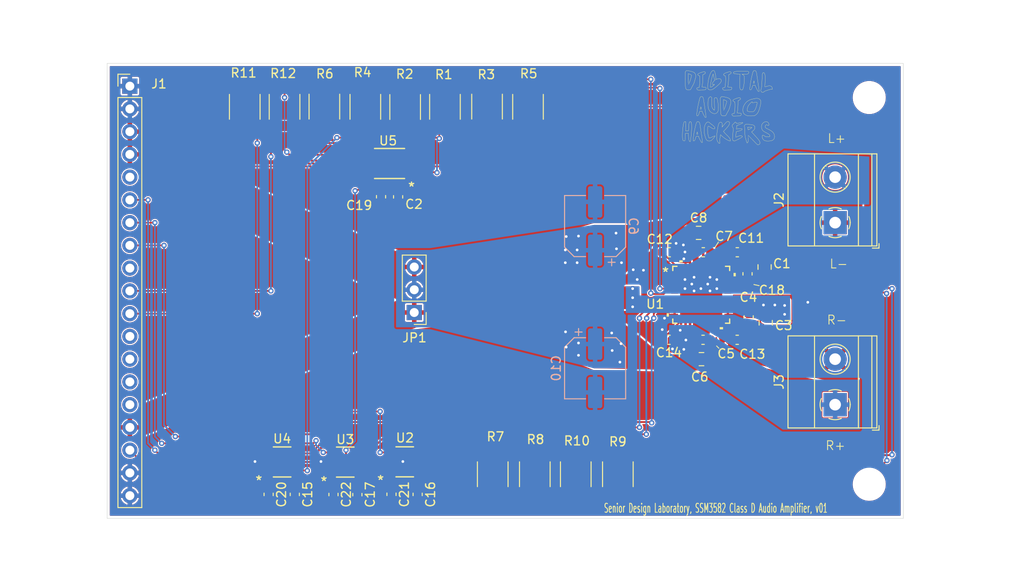
<source format=kicad_pcb>
(kicad_pcb (version 20221018) (generator pcbnew)
  (layers (0 "F.Cu" signal) (31 "B.Cu" signal) (34 "B.Paste" user) (35 "F.Paste" user) (36 "B.SilkS" user "B.Silkscreen") (37 "F.SilkS" user "F.Silkscreen") (38 "B.Mask" user) (39 "F.Mask" user) (44 "Edge.Cuts" user))
  (net 0 "")
  (net 1 "OUTL-")
  (net 2 "OUTL+")
  (net 3 "OUTR-")
  (net 4 "OUTR+")
  (net 5 "GND")
  (net 6 "SCL_AMP")
  (net 7 "SDA_AMP")
  (net 8 "LRCLK")
  (net 9 "SDATA")
  (net 10 "BCLK")
  (net 11 "BSTR+")
  (net 12 "PVDD")
  (net 13 "BSTR-")
  (net 14 "+5V")
  (net 15 "ADDR0")
  (net 16 "ADDR1")
  (net 17 "+1V8")
  (net 18 "BSTL-")
  (net 19 "BSTL+")
  (net 20 "+3.3V")
  (net 21 "SDA_3V3")
  (net 22 "SCL_3V3")
  (net 23 "SDA")
  (net 24 "SCL")
  (net 25 "+12V")
  (net 27 "BCLK_3V3")
  (net 28 "LRCLK_3V3")
  (net 29 "SDATA_3V3")
  (footprint "Connector_PinHeader_2.54mm:PinHeader_1x03_P2.54mm_Vertical" (layer "F.Cu") (at 137.16 106.553 180)
    (fp_text reference "JP1")
    (fp_text value "Jumper_3_Open")
  )
  (footprint "Resistor_SMD:R_1812_4532Metric" (layer "F.Cu") (at 131.699 83.5875 -90)
    (fp_text reference "R4")
    (fp_text value "0")
  )
  (footprint "Connector_PinHeader_2.54mm:PinHeader_1x19_P2.54mm_Vertical" (layer "F.Cu") (at 105.41 81.28)
    (fp_text reference "J1")
    (fp_text value "Conn_01x19_Pin")
  )
  (footprint "Capacitor_SMD:C_0805_2012Metric" (layer "F.Cu") (at 168.91 97.663)
    (fp_text reference "C8")
    (fp_text value "10uF")
  )
  (footprint "Capacitor_SMD:C_0603_1608Metric" (layer "F.Cu") (at 134.62 126.847 -90)
    (fp_text reference "C21")
    (fp_text value "0.1uF")
  )
  (footprint "Capacitor_SMD:C_0603_1608Metric" (layer "F.Cu") (at 165.595 109.601 180)
    (fp_text reference "C14")
    (fp_text value "0.22uF")
  )
  (footprint "Capacitor_SMD:C_0603_1608Metric" (layer "F.Cu") (at 165.621 99.822 180)
    (fp_text reference "C12")
    (fp_text value "0.22uF")
  )
  (footprint "Capacitor_SMD:C_0805_2012Metric" (layer "F.Cu") (at 176.276 101.473 90)
    (fp_text reference "C1")
    (fp_text value "10uF")
  )
  (footprint "Resistor_SMD:R_1812_4532Metric" (layer "F.Cu") (at 159.893 124.6085 90)
    (fp_text reference "R9")
    (fp_text value "0")
  )
  (footprint "Resistor_SMD:R_1812_4532Metric" (layer "F.Cu") (at 149.86 83.5875 90)
    (fp_text reference "R5")
    (fp_text value "0")
  )
  (footprint "Resistor_SMD:R_1812_4532Metric" (layer "F.Cu") (at 127.127 83.566 90)
    (fp_text reference "R6")
    (fp_text value "0")
  )
  (footprint "TerminalBlock_Phoenix:TerminalBlock_Phoenix_MKDS-1,5-2-5.08_1x02_P5.08mm_Horizontal" (layer "F.Cu") (at 184.15 96.52 90)
    (fp_text reference "J2")
    (fp_text value "Screw_Terminal_01x02" hide)
  )
  (footprint "Resistor_SMD:R_1812_4532Metric" (layer "F.Cu") (at 155.194 124.6085 -90)
    (fp_text reference "R10")
    (fp_text value "0")
  )
  (footprint "Resistor_SMD:R_1812_4532Metric" (layer "F.Cu") (at 122.682 83.5875 -90)
    (fp_text reference "R12")
    (fp_text value "10k")
  )
  (footprint "Resistor_SMD:R_1812_4532Metric" (layer "F.Cu") (at 145.288 83.566 -90)
    (fp_text reference "R3")
    (fp_text value "0")
  )
  (footprint "Capacitor_SMD:C_0805_2012Metric" (layer "F.Cu") (at 176.403 107.696 -90)
    (fp_text reference "C3")
    (fp_text value "10uF")
  )
  (footprint "I2C_Level_Shift:SOT505-1_NXP" (layer "F.Cu") (at 134.4041 89.916 180)
    (fp_text reference "U5")
    (fp_text value "PCA9517ADP")
  )
  (footprint "MountingHole:MountingHole_3.2mm_M3" (layer "F.Cu") (at 187.96 125.73)
    (fp_text reference "H2" hide)
    (fp_text value "MountingHole" hide)
  )
  (footprint "Capacitor_SMD:C_0603_1608Metric" (layer "F.Cu") (at 169.405 109.601)
    (fp_text reference "C5")
    (fp_text value "0.1uF")
  )
  (footprint "Capacitor_SMD:C_0603_1608Metric" (layer "F.Cu") (at 128.143 126.873 -90)
    (fp_text reference "C22")
    (fp_text value "0.1uF")
  )
  (footprint "Resistor_SMD:R_1812_4532Metric" (layer "F.Cu") (at 145.923 124.6085 90)
    (fp_text reference "R7")
    (fp_text value "0")
  )
  (footprint "TerminalBlock_Phoenix:TerminalBlock_Phoenix_MKDS-1,5-2-5.08_1x02_P5.08mm_Horizontal" (layer "F.Cu") (at 184.15 116.84 90)
    (fp_text reference "J3")
    (fp_text value "Screw_Terminal_01x02" hide)
  )
  (footprint "1Bit_Level_Shift:SOT26-6_DIO" (layer "F.Cu") (at 136.09955 123.225001)
    (fp_text reference "U2")
    (fp_text value "74LVC1T45W6-7")
  )
  (footprint "Resistor_SMD:R_1812_4532Metric" (layer "F.Cu") (at 150.622 124.6085 -90)
    (fp_text reference "R8")
    (fp_text value "0")
  )
  (footprint "Capacitor_SMD:C_0805_2012Metric" (layer "F.Cu") (at 169.23 111.76)
    (fp_text reference "C6")
    (fp_text value "10uF")
  )
  (footprint "Capacitor_SMD:C_0603_1608Metric" (layer "F.Cu") (at 120.904 126.86 -90)
    (fp_text reference "C20")
    (fp_text value "0.1uF")
  )
  (footprint "Capacitor_SMD:C_0603_1608Metric" (layer "F.Cu") (at 133.4545 93.6276 -90)
    (fp_text reference "C19")
    (fp_text value "0.1uF")
  )
  (footprint "Capacitor_SMD:C_0603_1608Metric" (layer "F.Cu") (at 130.81 126.886 -90)
    (fp_text reference "C17")
    (fp_text value "0.1uF")
  )
  (footprint "Capacitor_SMD:C_0603_1608Metric" (layer "F.Cu") (at 174.498 107.053 -90)
    (fp_text reference "C4")
    (fp_text value "0.1uF")
  )
  (footprint "SSM3582_ClassD_Audio_Amp:CP_40_7_ADI" (layer "F.Cu") (at 169.199999 104.5718)
    (fp_text reference "U1")
    (fp_text value "SSM3582ACPZ")
  )
  (footprint "Resistor_SMD:R_1812_4532Metric" (layer "F.Cu") (at 140.589 83.5875 90)
    (fp_text reference "R1")
    (fp_text value "0")
  )
  (footprint "1Bit_Level_Shift:SOT26-6_DIO" (layer "F.Cu") (at 122.40955 123.238001)
    (fp_text reference "U4")
    (fp_text value "74LVC1T45W6-7")
  )
  (footprint "Resistor_SMD:R_1812_4532Metric" (layer "F.Cu") (at 118.237 83.5875 -90)
    (fp_text reference "R11")
    (fp_text value "10k")
  )
  (footprint "Capacitor_SMD:C_0603_1608Metric" (layer "F.Cu") (at 123.825 126.86 -90)
    (fp_text reference "C15")
    (fp_text value "0.1uF")
  )
  (footprint "Capacitor_SMD:C_0603_1608Metric" (layer "F.Cu") (at 173.228 99.822)
    (fp_text reference "C11")
    (fp_text value "0.22uF")
  )
  (footprint "Capacitor_SMD:C_0603_1608Metric" (layer "F.Cu") (at 135.3595 93.6406 -90)
    (fp_text reference "C2")
    (fp_text value "0.1uF")
  )
  (footprint "Capacitor_SMD:C_0603_1608Metric" (layer "F.Cu") (at 137.541 126.86 -90)
    (fp_text reference "C16")
    (fp_text value "0.1uF")
  )
  (footprint "Capacitor_SMD:C_0603_1608Metric" (layer "F.Cu") (at 169.431 99.822)
    (fp_text reference "C7")
    (fp_text value "0.1uF")
  )
  (footprint "Capacitor_SMD:C_0603_1608Metric" (layer "F.Cu") (at 173.215 109.601)
    (fp_text reference "C13")
    (fp_text value "0.22uF")
  )
  (footprint "Capacitor_SMD:C_0603_1608Metric" (layer "F.Cu") (at 174.371 102.235 90)
    (fp_text reference "C18")
    (fp_text value "0.1uF")
  )
  (footprint "Resistor_SMD:R_1812_4532Metric" (layer "F.Cu") (at 136.144 83.609 90)
    (fp_text reference "R2")
    (fp_text value "0")
  )
  (footprint "1Bit_Level_Shift:SOT26-6_DIO" (layer "F.Cu") (at 129.45745 123.251001)
    (fp_text reference "U3")
    (fp_text value "74LVC1T45W6-7")
  )
  (footprint "MountingHole:MountingHole_3.2mm_M3" (layer "F.Cu") (at 187.96 82.55)
    (fp_text reference "H1" hide)
    (fp_text value "MountingHole" hide)
  )
  (footprint "Capacitor_SMD:CP_Elec_6.3x7.7" (layer "B.Cu") (at 157.353 112.776 -90)
    (fp_text reference "C10")
    (fp_text value "470uF")
  )
  (footprint "Capacitor_SMD:CP_Elec_6.3x7.7" (layer "B.Cu") (at 157.353 96.901 90)
    (fp_text reference "C9")
    (fp_text value "470uF")
  )
  (gr_curve (pts (xy 172.22514 87.337098) (xy 172.01584 87.24777) (xy 171.718499 87.046634) (xy 171.516751 86.857909)) (stroke (width 0.025)) (layer "F.SilkS"))
  (gr_curve (pts (xy 169.642446 83.987069) (xy 169.705486 84.381281) (xy 169.750244 84.721593) (xy 169.741907 84.743319)) (stroke (width 0.025)) (layer "F.SilkS"))
  (gr_line (start 170.022398 81.637402) (end 170.022405 81.637402) (stroke (width 0.025)) (layer "F.SilkS"))
  (gr_line (start 169.166781 83.596387) (end 169.135382 83.683354) (stroke (width 0.025)) (layer "F.SilkS"))
  (gr_curve (pts (xy 171.724606 80.057249) (xy 171.684438 80.017081) (xy 171.679475 79.996507) (xy 171.700486 79.957249)) (stroke (width 0.025)) (layer "F.SilkS"))
  (gr_line (start 170.535434 79.920322) (end 170.458092 80.132822) (stroke (width 0.025)) (layer "F.SilkS"))
  (gr_curve (pts (xy 173.626822 84.308701) (xy 173.696758 84.34613) (xy 173.689964 84.470309) (xy 173.613815 84.546458)) (stroke (width 0.025)) (layer "F.SilkS"))
  (gr_curve (pts (xy 176.625179 81.721652) (xy 176.334788 81.816155) (xy 176.251129 81.853865) (xy 176.204617 81.911222)) (stroke (width 0.025)) (layer "F.SilkS"))
  (gr_curve (pts (xy 176.508358 85.242862) (xy 176.680356 85.275129) (xy 176.839275 85.55444) (xy 176.74135 85.652364)) (stroke (width 0.025)) (layer "F.SilkS"))
  (gr_curve (pts (xy 170.57687 81.112568) (xy 170.539516 81.135895) (xy 170.52071 81.135235) (xy 170.489709 81.109506)) (stroke (width 0.025)) (layer "F.SilkS"))
  (gr_line (start 167.613018 86.282822) (end 167.768212 86.282822) (stroke (width 0.025)) (layer "F.SilkS"))
  (gr_curve (pts (xy 172.576822 81.408701) (xy 172.646758 81.446129) (xy 172.639964 81.570309) (xy 172.563815 81.646458)) (stroke (width 0.025)) (layer "F.SilkS"))
  (gr_curve (pts (xy 174.416861 87.514072) (xy 174.350575 87.685871) (xy 174.29873 87.664117) (xy 174.250573 87.444299)) (stroke (width 0.025)) (layer "F.SilkS"))
  (gr_curve (pts (xy 174.427674 86.101571) (xy 174.425277 86.171247) (xy 174.425352 86.171244) (xy 174.572446 86.096706)) (stroke (width 0.025)) (layer "F.SilkS"))
  (gr_curve (pts (xy 167.416378 86.689072) (xy 167.407707 86.761259) (xy 167.400515 86.940863) (xy 167.400396 87.088192)) (stroke (width 0.025)) (layer "F.SilkS"))
  (gr_curve (pts (xy 176.044408 79.872234) (xy 176.07116 79.778437) (xy 176.134502 79.736047) (xy 176.193929 79.772172)) (stroke (width 0.025)) (layer "F.SilkS"))
  (gr_line (start 167.762679 79.889628) (end 167.761119 80.484801) (stroke (width 0.025)) (layer "F.SilkS"))
  (gr_curve (pts (xy 175.13852 82.68045) (xy 175.468276 82.601387) (xy 175.72575 82.665664) (xy 175.812623 82.848735)) (stroke (width 0.025)) (layer "F.SilkS"))
  (gr_line (start 168.783205 86.495854) (end 168.766781 86.396387) (stroke (width 0.025)) (layer "F.SilkS"))
  (gr_curve (pts (xy 168.093429 81.511926) (xy 168.058493 81.589809) (xy 168.006956 81.665815) (xy 167.978901 81.68083)) (stroke (width 0.025)) (layer "F.SilkS"))
  (gr_curve (pts (xy 172.254805 81.707822) (xy 172.118599 81.707822) (xy 171.957775 81.712678) (xy 171.897418 81.718613)) (stroke (width 0.025)) (layer "F.SilkS"))
  (gr_curve (pts (xy 171.713353 81.712235) (xy 171.640082 81.695308) (xy 171.576295 81.611227) (xy 171.575547 81.530585)) (stroke (width 0.025)) (layer "F.SilkS"))
  (gr_curve (pts (xy 175.189963 85.963804) (xy 175.171818 86.084802) (xy 175.136217 86.132838) (xy 174.944102 86.295537)) (stroke (width 0.025)) (layer "F.SilkS"))
  (gr_curve (pts (xy 172.750486 82.857249) (xy 172.789836 82.783722) (xy 172.861089 82.745248) (xy 173.143371 82.645104)) (stroke (width 0.025)) (layer "F.SilkS"))
  (gr_curve (pts (xy 169.022418 81.718613) (xy 168.962061 81.724549) (xy 168.879232 81.721679) (xy 168.838353 81.712235)) (stroke (width 0.025)) (layer "F.SilkS"))
  (gr_curve (pts (xy 173.611654 86.807822) (xy 173.689853 86.807822) (xy 173.800179 86.866602) (xy 173.800179 86.908266)) (stroke (width 0.025)) (layer "F.SilkS"))
  (gr_curve (pts (xy 168.959281 80.107822) (xy 168.926775 80.107822) (xy 168.877421 80.085064) (xy 168.849606 80.057249)) (stroke (width 0.025)) (layer "F.SilkS"))
  (gr_curve (pts (xy 171.471083 84.535728) (xy 171.365694 84.44052) (xy 171.346648 84.270643) (xy 171.341823 83.382822)) (stroke (width 0.025)) (layer "F.SilkS"))
  (gr_curve (pts (xy 168.837679 85.232822) (xy 168.87052 85.232822) (xy 168.925968 85.258134) (xy 168.960895 85.289072)) (stroke (width 0.025)) (layer "F.SilkS"))
  (gr_line (start 170.9166 110.2868) (end 171.1706 110.5408) (stroke (width 0.1)) (layer "F.SilkS"))
  (gr_curve (pts (xy 171.897418 81.718613) (xy 171.837062 81.724549) (xy 171.754232 81.721679) (xy 171.713353 81.712235)) (stroke (width 0.025)) (layer "F.SilkS"))
  (gr_curve (pts (xy 167.546083 81.635728) (xy 167.440694 81.54052) (xy 167.421648 81.370643) (xy 167.416823 80.482822)) (stroke (width 0.025)) (layer "F.SilkS"))
  (gr_curve (pts (xy 174.878794 83.032822) (xy 174.829194 83.032822) (xy 174.530859 83.336985) (xy 174.469023 83.450599)) (stroke (width 0.025)) (layer "F.SilkS"))
  (gr_curve (pts (xy 169.974764 83.655079) (xy 169.95451 83.563366) (xy 169.947579 83.386019) (xy 169.954736 83.142579)) (stroke (width 0.025)) (layer "F.SilkS"))
  (gr_curve (pts (xy 169.38433 80.390218) (xy 169.381357 80.727577) (xy 169.329548 81.227198) (xy 169.285683 81.341507)) (stroke (width 0.025)) (layer "F.SilkS"))
  (gr_line (start 167.776171 86.776572) (end 167.775179 86.557822) (stroke (width 0.025)) (layer "F.SilkS"))
  (gr_curve (pts (xy 169.218371 79.745104) (xy 169.510485 79.641472) (xy 169.59418 79.640037) (xy 169.648764 79.737725)) (stroke (width 0.025)) (layer "F.SilkS"))
  (gr_curve (pts (xy 175.63647 87.797438) (xy 175.543677 87.836209) (xy 175.531099 87.83736) (xy 175.473808 87.812314)) (stroke (width 0.025)) (layer "F.SilkS"))
  (gr_curve (pts (xy 169.285683 81.341507) (xy 169.271789 81.377714) (xy 169.293542 81.382822) (xy 169.461648 81.382822)) (stroke (width 0.025)) (layer "F.SilkS"))
  (gr_line (start 171.1198 98.679) (end 170.7388 99.2886) (stroke (width 0.1)) (layer "F.SilkS"))
  (gr_curve (pts (xy 170.385305 85.963153) (xy 170.071094 85.761657) (xy 169.99565 85.724728) (xy 169.972815 85.761244)) (stroke (width 0.025)) (layer "F.SilkS"))
  (gr_curve (pts (xy 172.959281 83.123811) (xy 172.945465 83.023017) (xy 172.93564 83.007822) (xy 172.884281 83.007822)) (stroke (width 0.025)) (layer "F.SilkS"))
  (gr_curve (pts (xy 168.425491 80.845322) (xy 168.410413 80.914072) (xy 168.343822 81.060322) (xy 168.277512 81.170322)) (stroke (width 0.025)) (layer "F.SilkS"))
  (gr_curve (pts (xy 173.55443 82.765796) (xy 173.523083 82.799164) (xy 173.455864 82.845286) (xy 173.405057 82.86829)) (stroke (width 0.025)) (layer "F.SilkS"))
  (gr_line (start 174.393637 85.857821) (end 174.411623 85.951571) (stroke (width 0.025)) (layer "F.SilkS"))
  (gr_curve (pts (xy 171.909281 80.223811) (xy 171.895465 80.123018) (xy 171.88564 80.107822) (xy 171.834281 80.107822)) (stroke (width 0.025)) (layer "F.SilkS"))
  (gr_curve (pts (xy 175.147054 81.167197) (xy 175.104085 81.17579) (xy 175.042644 81.182822) (xy 175.010517 81.182822)) (stroke (width 0.025)) (layer "F.SilkS"))
  (gr_curve (pts (xy 174.663078 81.692015) (xy 174.623711 81.676909) (xy 174.620771 81.651809) (xy 174.635921 81.460198)) (stroke (width 0.025)) (layer "F.SilkS"))
  (gr_curve (pts (xy 173.837167 81.633811) (xy 173.806418 81.693274) (xy 173.782583 81.707822) (xy 173.715912 81.707822)) (stroke (width 0.025)) (layer "F.SilkS"))
  (gr_curve (pts (xy 174.924763 81.289072) (xy 174.839385 81.620843) (xy 174.767212 81.731975) (xy 174.663078 81.692015)) (stroke (width 0.025)) (layer "F.SilkS"))
  (gr_curve (pts (xy 167.6474 79.544785) (xy 167.980492 79.592749) (xy 168.315068 79.686125) (xy 168.40012 79.754861)) (stroke (width 0.025)) (layer "F.SilkS"))
  (gr_curve (pts (xy 167.773652 81.071264) (xy 167.781403 81.066474) (xy 167.823847 80.991178) (xy 167.867972 80.903938)) (stroke (width 0.025)) (layer "F.SilkS"))
  (gr_curve (pts (xy 169.763283 85.390658) (xy 169.84911 85.301083) (xy 169.882484 85.282822) (xy 169.960357 85.282822)) (stroke (width 0.025)) (layer "F.SilkS"))
  (gr_curve (pts (xy 172.884281 83.007822) (xy 172.851775 83.007822) (xy 172.802421 82.985064) (xy 172.774606 82.957249)) (stroke (width 0.025)) (layer "F.SilkS"))
  (gr_curve (pts (xy 169.461648 81.382822) (xy 169.567148 81.382822) (xy 169.675226 81.394467) (xy 169.701822 81.408701)) (stroke (width 0.025)) (layer "F.SilkS"))
  (gr_curve (pts (xy 168.900179 86.904813) (xy 168.900179 86.858516) (xy 168.889989 86.85361) (xy 168.822054 86.867197)) (stroke (width 0.025)) (layer "F.SilkS"))
  (gr_curve (pts (xy 169.218903 87.539072) (xy 169.15353 87.465783) (xy 168.900179 86.961617) (xy 168.900179 86.904813)) (stroke (width 0.025)) (layer "F.SilkS"))
  (gr_curve (pts (xy 172.800179 79.781842) (xy 172.800179 79.676973) (xy 172.896381 79.649768) (xy 173.387679 79.615704)) (stroke (width 0.025)) (layer "F.SilkS"))
  (gr_curve (pts (xy 172.625547 84.430585) (xy 172.625097 84.382094) (xy 172.726304 84.332822) (xy 172.826355 84.332822)) (stroke (width 0.025)) (layer "F.SilkS"))
  (gr_curve (pts (xy 171.315893 86.952178) (xy 171.266049 87.242735) (xy 171.261733 87.32605) (xy 171.286983 87.510248)) (stroke (width 0.025)) (layer "F.SilkS"))
  (gr_line (start 171.516751 86.857909) (end 171.357604 86.709035) (stroke (width 0.025)) (layer "F.SilkS"))
  (gr_line (start 173.532861 79.939258) (end 173.23527 79.92738) (stroke (width 0.025)) (layer "F.SilkS"))
  (gr_curve (pts (xy 169.085517 84.082822) (xy 169.037754 84.082822) (xy 169.022122 84.10219) (xy 168.999763 84.189072)) (stroke (width 0.025)) (layer "F.SilkS"))
  (gr_curve (pts (xy 168.838353 81.712235) (xy 168.765082 81.695308) (xy 168.701295 81.611227) (xy 168.700547 81.530585)) (stroke (width 0.025)) (layer "F.SilkS"))
  (gr_curve (pts (xy 168.975413 82.870322) (xy 169.036731 82.616783) (xy 169.067641 82.532953) (xy 169.11599 82.489072)) (stroke (width 0.025)) (layer "F.SilkS"))
  (gr_curve (pts (xy 168.529599 80.472981) (xy 168.487418 80.609018) (xy 168.440569 80.776572) (xy 168.425491 80.845322)) (stroke (width 0.025)) (layer "F.SilkS"))
  (gr_line (start 171.341823 83.382822) (end 171.337679 82.620322) (stroke (width 0.025)) (layer "F.SilkS"))
  (gr_curve (pts (xy 175.963376 86.036019) (xy 175.912443 85.886538) (xy 175.915953 85.692991) (xy 175.97182 85.570322)) (stroke (width 0.025)) (layer "F.SilkS"))
  (gr_curve (pts (xy 173.168126 86.073025) (xy 173.28282 86.03782) (xy 173.589056 86.00486) (xy 173.666493 86.019388)) (stroke (width 0.025)) (layer "F.SilkS"))
  (gr_curve (pts (xy 172.465407 87.326572) (xy 172.485895 87.430473) (xy 172.447829 87.432141) (xy 172.22514 87.337098)) (stroke (width 0.025)) (layer "F.SilkS"))
  (gr_curve (pts (xy 173.613815 84.546458) (xy 173.556923 84.60335) (xy 173.534405 84.607822) (xy 173.304805 84.607822)) (stroke (width 0.025)) (layer "F.SilkS"))
  (gr_curve (pts (xy 168.700547 81.530585) (xy 168.700097 81.482094) (xy 168.801304 81.432822) (xy 168.901355 81.432822)) (stroke (width 0.025)) (layer "F.SilkS"))
  (gr_curve (pts (xy 167.19974 85.616461) (xy 167.255205 85.30889) (xy 167.297881 85.226288) (xy 167.395494 85.237562)) (stroke (width 0.025)) (layer "F.SilkS"))
  (gr_curve (pts (xy 170.47287 86.933586) (xy 170.618515 86.866868) (xy 170.74155 86.82289) (xy 170.746281 86.835858)) (stroke (width 0.025)) (layer "F.SilkS"))
  (gr_line (start 175.6664 103.5558) (end 175.0822 103.4288) (stroke (width 0.1)) (layer "F.SilkS"))
  (gr_curve (pts (xy 169.701822 81.408701) (xy 169.771758 81.446129) (xy 169.764964 81.570309) (xy 169.688815 81.646458)) (stroke (width 0.025)) (layer "F.SilkS"))
  (gr_line (start 171.683573 86.330911) (end 171.788236 86.463116) (stroke (width 0.025)) (layer "F.SilkS"))
  (gr_curve (pts (xy 172.093371 79.745104) (xy 172.385485 79.641472) (xy 172.46918 79.640037) (xy 172.523764 79.737725)) (stroke (width 0.025)) (layer "F.SilkS"))
  (gr_curve (pts (xy 172.727823 85.558542) (xy 172.853254 85.444761) (xy 172.873398 85.424212) (xy 172.936838 85.345321)) (stroke (width 0.025)) (layer "F.SilkS"))
  (gr_curve (pts (xy 171.436243 80.663327) (xy 171.434203 80.827485) (xy 171.355877 80.930832) (xy 170.992795 81.248434)) (stroke (width 0.025)) (layer "F.SilkS"))
  (gr_curve (pts (xy 175.94198 81.931738) (xy 175.85592 81.864043) (xy 175.829211 81.725068) (xy 175.884329 81.631761)) (stroke (width 0.025)) (layer "F.SilkS"))
  (gr_curve (pts (xy 175.473808 87.812314) (xy 175.45243 87.802968) (xy 175.217442 87.567509) (xy 174.951614 87.289072)) (stroke (width 0.025)) (layer "F.SilkS"))
  (gr_curve (pts (xy 175.436879 80.220322) (xy 175.44565 80.302822) (xy 175.504405 80.692858) (xy 175.567446 81.087069)) (stroke (width 0.025)) (layer "F.SilkS"))
  (gr_line (start 168.766781 86.396387) (end 168.735382 86.483354) (stroke (width 0.025)) (layer "F.SilkS"))
  (gr_curve (pts (xy 171.698188 84.604632) (xy 171.569279 84.601718) (xy 171.531411 84.590229) (xy 171.471083 84.535728)) (stroke (width 0.025)) (layer "F.SilkS"))
  (gr_curve (pts (xy 168.310921 87.160198) (xy 168.343833 86.74396) (xy 168.421326 86.307442) (xy 168.575413 85.670322)) (stroke (width 0.025)) (layer "F.SilkS"))
  (gr_curve (pts (xy 173.800179 86.908266) (xy 173.800179 86.957425) (xy 173.681824 87.034609) (xy 173.32645 87.2172)) (stroke (width 0.025)) (layer "F.SilkS"))
  (gr_curve (pts (xy 168.738078 84.592015) (xy 168.698712 84.576909) (xy 168.695771 84.551809) (xy 168.710921 84.360198)) (stroke (width 0.025)) (layer "F.SilkS"))
  (gr_curve (pts (xy 171.365251 85.307822) (xy 171.517018 85.307822) (xy 171.566107 85.411408) (xy 171.540995 85.678671)) (stroke (width 0.025)) (layer "F.SilkS"))
  (gr_curve (pts (xy 174.135379 79.612097) (xy 174.413749 79.623756) (xy 174.462833 79.632115) (xy 174.492688 79.672945)) (stroke (width 0.025)) (layer "F.SilkS"))
  (gr_curve (pts (xy 168.076628 86.770322) (xy 168.018201 87.361294) (xy 168.00118 87.461654) (xy 167.956872 87.476423)) (stroke (width 0.025)) (layer "F.SilkS"))
  (gr_curve (pts (xy 174.029211 79.942547) (xy 173.7527 79.940302) (xy 173.701957 79.945061) (xy 173.762679 79.967547)) (stroke (width 0.025)) (layer "F.SilkS"))
  (gr_curve (pts (xy 169.601175 86.773872) (xy 169.458295 86.21652) (xy 169.526069 85.638227) (xy 169.763283 85.390658)) (stroke (width 0.025)) (layer "F.SilkS"))
  (gr_curve (pts (xy 169.379805 81.707822) (xy 169.243599 81.707822) (xy 169.082775 81.712678) (xy 169.022418 81.718613)) (stroke (width 0.025)) (layer "F.SilkS"))
  (gr_curve (pts (xy 171.788236 86.463116) (xy 171.845801 86.535829) (xy 171.989419 86.68268) (xy 172.107387 86.789452)) (stroke (width 0.025)) (layer "F.SilkS"))
  (gr_line (start 174.825768 86.395751) (end 175.238532 86.845537) (stroke (width 0.025)) (layer "F.SilkS"))
  (gr_curve (pts (xy 167.79996 85.829984) (xy 167.80021 85.620046) (xy 167.832712 85.413569) (xy 167.881586 85.311596)) (stroke (width 0.025)) (layer "F.SilkS"))
  (gr_curve (pts (xy 174.441711 79.892849) (xy 174.377261 79.940502) (xy 174.339375 79.945067) (xy 174.029211 79.942547)) (stroke (width 0.025)) (layer "F.SilkS"))
  (gr_line (start 167.457824 86.282822) (end 167.613018 86.282822) (stroke (width 0.025)) (layer "F.SilkS"))
  (gr_curve (pts (xy 175.812623 82.848735) (xy 175.895853 83.024129) (xy 175.814043 83.540548) (xy 175.625885 84.027494)) (stroke (width 0.025)) (layer "F.SilkS"))
  (gr_curve (pts (xy 169.960357 85.282822) (xy 170.036658 85.282822) (xy 170.073514 85.301999) (xy 170.158392 85.385869)) (stroke (width 0.025)) (layer "F.SilkS"))
  (gr_curve (pts (xy 176.045359 86.774684) (xy 176.087616 86.736441) (xy 176.101766 86.740667) (xy 176.264109 86.840014)) (stroke (width 0.025)) (layer "F.SilkS"))
  (gr_curve (pts (xy 169.111879 85.920322) (xy 169.12065 86.002822) (xy 169.179405 86.392858) (xy 169.242446 86.787069)) (stroke (width 0.025)) (layer "F.SilkS"))
  (gr_curve (pts (xy 168.901355 81.432822) (xy 168.941958 81.432822) (xy 168.975536 81.424384) (xy 168.975972 81.414072)) (stroke (width 0.025)) (layer "F.SilkS"))
  (gr_curve (pts (xy 176.309767 81.350744) (xy 176.316462 81.357438) (xy 176.376106 81.345034) (xy 176.442309 81.323179)) (stroke (width 0.025)) (layer "F.SilkS"))
  (gr_curve (pts (xy 175.060382 80.783354) (xy 175.013709 80.912626) (xy 175.017542 80.957822) (xy 175.075179 80.957822)) (stroke (width 0.025)) (layer "F.SilkS"))
  (gr_curve (pts (xy 173.30933 83.290218) (xy 173.306357 83.627577) (xy 173.254548 84.127198) (xy 173.210683 84.241507)) (stroke (width 0.025)) (layer "F.SilkS"))
  (gr_curve (pts (xy 173.762679 79.967547) (xy 173.98587 80.0502) (xy 174.025374 80.126817) (xy 174.024721 80.475769)) (stroke (width 0.025)) (layer "F.SilkS"))
  (gr_line (start 171.337679 82.620322) (end 171.3974 82.524254) (stroke (width 0.025)) (layer "F.SilkS"))
  (gr_curve (pts (xy 167.956872 87.476423) (xy 167.941192 87.48165) (xy 167.908369 87.455411) (xy 167.883932 87.418115)) (stroke (width 0.025)) (layer "F.SilkS"))
  (gr_curve (pts (xy 175.148482 84.566145) (xy 175.007352 84.611725) (xy 174.57837 84.619796) (xy 174.375179 84.580694)) (stroke (width 0.025)) (layer "F.SilkS"))
  (gr_line (start 174.565658 85.860314) (end 174.393637 85.857821) (stroke (width 0.025)) (layer "F.SilkS"))
  (gr_curve (pts (xy 168.799904 86.626572) (xy 168.799754 86.609384) (xy 168.792238 86.550561) (xy 168.783205 86.495854)) (stroke (width 0.025)) (layer "F.SilkS"))
  (gr_curve (pts (xy 170.458092 80.132822) (xy 170.356301 80.412498) (xy 170.225179 81.080195) (xy 170.225179 81.31886)) (stroke (width 0.025)) (layer "F.SilkS"))
  (gr_curve (pts (xy 176.193929 79.772172) (xy 176.335474 79.858215) (xy 176.375078 80.195163) (xy 176.327013 80.904447)) (stroke (width 0.025)) (layer "F.SilkS"))
  (gr_curve (pts (xy 173.925126 83.532956) (xy 173.992922 83.360956) (xy 174.170252 83.110706) (xy 174.293386 83.013264)) (stroke (width 0.025)) (layer "F.SilkS"))
  (gr_line (start 173.312679 82.910114) (end 173.30933 83.290218) (stroke (width 0.025)) (layer "F.SilkS"))
  (gr_curve (pts (xy 171.05594 84.113119) (xy 170.960354 84.329209) (xy 170.73389 84.406071) (xy 170.484092 84.307207)) (stroke (width 0.025)) (layer "F.SilkS"))
  (gr_curve (pts (xy 176.601318 85.636466) (xy 176.484488 85.570804) (xy 176.424145 85.588959) (xy 176.362407 85.708347)) (stroke (width 0.025)) (layer "F.SilkS"))
  (gr_curve (pts (xy 171.686119 83.384801) (xy 171.685261 83.712146) (xy 171.690901 83.976055) (xy 171.698652 83.971264)) (stroke (width 0.025)) (layer "F.SilkS"))
  (gr_curve (pts (xy 174.024721 80.475769) (xy 174.024008 80.856651) (xy 173.925945 81.462134) (xy 173.837167 81.633811)) (stroke (width 0.025)) (layer "F.SilkS"))
  (gr_curve (pts (xy 169.94078 81.240899) (xy 169.944378 80.868942) (xy 169.999003 80.518367) (xy 170.105646 80.182822)) (stroke (width 0.025)) (layer "F.SilkS"))
  (gr_curve (pts (xy 172.765065 86.253176) (xy 172.782237 85.96252) (xy 172.781988 85.960631) (xy 172.716252 85.882508)) (stroke (width 0.025)) (layer "F.SilkS"))
  (gr_curve (pts (xy 173.387679 79.615704) (xy 173.701703 79.59393) (xy 173.701671 79.59393) (xy 174.135379 79.612097)) (stroke (width 0.025)) (layer "F.SilkS"))
  (gr_curve (pts (xy 173.32645 87.2172) (xy 173.122399 87.322042) (xy 172.926765 87.407822) (xy 172.891708 87.407822)) (stroke (width 0.025)) (layer "F.SilkS"))
  (gr_curve (pts (xy 170.484092 84.307207) (xy 170.224385 84.204419) (xy 170.045499 83.97538) (xy 169.974764 83.655079)) (stroke (width 0.025)) (layer "F.SilkS"))
  (gr_curve (pts (xy 175.04099 79.589072) (xy 175.119816 79.51753) (xy 175.205126 79.51753) (xy 175.285895 79.589072)) (stroke (width 0.025)) (layer "F.SilkS"))
  (gr_curve (pts (xy 174.825179 82.74444) (xy 174.887054 82.73573) (xy 175.028058 82.706934) (xy 175.13852 82.68045)) (stroke (width 0.025)) (layer "F.SilkS"))
  (gr_curve (pts (xy 169.222054 84.067197) (xy 169.179085 84.07579) (xy 169.117644 84.082822) (xy 169.085517 84.082822)) (stroke (width 0.025)) (layer "F.SilkS"))
  (gr_line (start 170.846284 80.476207) (end 170.850172 80.532092) (stroke (width 0.025)) (layer "F.SilkS"))
  (gr_curve (pts (xy 176.041483 87.088566) (xy 175.987133 86.948092) (xy 175.988641 86.826013) (xy 176.045359 86.774684)) (stroke (width 0.025)) (layer "F.SilkS"))
  (gr_curve (pts (xy 174.462679 87.089122) (xy 174.462679 87.326142) (xy 174.452327 87.422151) (xy 174.416861 87.514072)) (stroke (width 0.025)) (layer "F.SilkS"))
  (gr_curve (pts (xy 167.883934 87.418115) (xy 167.824751 87.32779) (xy 167.777393 87.045854) (xy 167.776171 86.776572)) (stroke (width 0.025)) (layer "F.SilkS"))
  (gr_curve (pts (xy 174.951614 87.289072) (xy 174.685785 87.010634) (xy 174.467027 86.782844) (xy 174.465484 86.782872)) (stroke (width 0.025)) (layer "F.SilkS"))
  (gr_curve (pts (xy 170.298518 87.358669) (xy 170.16472 87.426928) (xy 169.981373 87.423861) (xy 169.874108 87.351572)) (stroke (width 0.025)) (layer "F.SilkS"))
  (gr_curve (pts (xy 167.978901 81.68083) (xy 167.950846 81.695844) (xy 167.858275 81.706555) (xy 167.773188 81.704632)) (stroke (width 0.025)) (layer "F.SilkS"))
  (gr_curve (pts (xy 172.947418 84.618613) (xy 172.887062 84.624549) (xy 172.804232 84.621679) (xy 172.763353 84.612235)) (stroke (width 0.025)) (layer "F.SilkS"))
  (gr_curve (pts (xy 171.887986 81.145322) (xy 171.925837 80.884072) (xy 171.936505 80.422431) (xy 171.909281 80.223811)) (stroke (width 0.025)) (layer "F.SilkS"))
  (gr_curve (pts (xy 171.698652 83.971264) (xy 171.706403 83.966474) (xy 171.748847 83.891178) (xy 171.792972 83.803938)) (stroke (width 0.025)) (layer "F.SilkS"))
  (gr_curve (pts (xy 171.352725 80.490591) (xy 171.42915 80.542565) (xy 171.437529 80.559895) (xy 171.436243 80.663327)) (stroke (width 0.025)) (layer "F.SilkS"))
  (gr_curve (pts (xy 174.36186 84.057142) (xy 174.471713 84.148312) (xy 174.944888 84.174801) (xy 175.064432 84.096472)) (stroke (width 0.025)) (layer "F.SilkS"))
  (gr_curve (pts (xy 171.834281 80.107822) (xy 171.801775 80.107822) (xy 171.752421 80.085064) (xy 171.724606 80.057249)) (stroke (width 0.025)) (layer "F.SilkS"))
  (gr_curve (pts (xy 167.400396 87.088192) (xy 167.400196 87.332011) (xy 167.395604 87.358511) (xy 167.349234 87.383327)) (stroke (width 0.025)) (layer "F.SilkS"))
  (gr_line (start 167.775179 86.557822) (end 167.603661 86.557822) (stroke (width 0.025)) (layer "F.SilkS"))
  (gr_curve (pts (xy 175.285895 79.589072) (xy 175.35097 79.646712) (xy 175.395839 79.834307) (xy 175.436879 80.220322)) (stroke (width 0.025)) (layer "F.SilkS"))
  (gr_line (start 171.775179 82.820764) (end 171.687679 82.789628) (stroke (width 0.025)) (layer "F.SilkS"))
  (gr_curve (pts (xy 175.76288 87.562602) (xy 175.784562 87.678176) (xy 175.744709 87.752213) (xy 175.63647 87.797438)) (stroke (width 0.025)) (layer "F.SilkS"))
  (gr_curve (pts (xy 171.286983 87.510248) (xy 171.308581 87.667803) (xy 171.280075 87.70228) (xy 171.17251 87.648701)) (stroke (width 0.025)) (layer "F.SilkS"))
  (gr_curve (pts (xy 175.543903 81.839072) (xy 175.47853 81.765783) (xy 175.225179 81.261617) (xy 175.225179 81.204813)) (stroke (width 0.025)) (layer "F.SilkS"))
  (gr_line (start 167.460251 85.764072) (end 167.457824 86.282822) (stroke (width 0.025)) (layer "F.SilkS"))
  (gr_curve (pts (xy 175.225179 81.204813) (xy 175.225179 81.158516) (xy 175.214989 81.15361) (xy 175.147054 81.167197)) (stroke (width 0.025)) (layer "F.SilkS"))
  (gr_curve (pts (xy 169.199904 83.826572) (xy 169.199754 83.809384) (xy 169.192238 83.750562) (xy 169.183205 83.695854)) (stroke (width 0.025)) (layer "F.SilkS"))
  (gr_curve (pts (xy 172.695125 87.093207) (xy 172.6967 86.984369) (xy 172.709197 86.816571) (xy 172.722897 86.720321)) (stroke (width 0.025)) (layer "F.SilkS"))
  (gr_line (start 167.603661 86.557822) (end 167.432143 86.557822) (stroke (width 0.025)) (layer "F.SilkS"))
  (gr_curve (pts (xy 167.773188 81.704632) (xy 167.644279 81.701718) (xy 167.606411 81.690229) (xy 167.546083 81.635728)) (stroke (width 0.025)) (layer "F.SilkS"))
  (gr_curve (pts (xy 169.135382 83.683354) (xy 169.088709 83.812626) (xy 169.092542 83.857822) (xy 169.150179 83.857822)) (stroke (width 0.025)) (layer "F.SilkS"))
  (gr_curve (pts (xy 171.575547 81.530585) (xy 171.575097 81.482094) (xy 171.676304 81.432822) (xy 171.776355 81.432822)) (stroke (width 0.025)) (layer "F.SilkS"))
  (gr_curve (pts (xy 175.064432 84.096472) (xy 175.20287 84.005764) (xy 175.35564 83.663662) (xy 175.423415 83.292591)) (stroke (width 0.025)) (layer "F.SilkS"))
  (gr_curve (pts (xy 169.300179 84.104813) (xy 169.300179 84.058516) (xy 169.289989 84.05361) (xy 169.222054 84.067197)) (stroke (width 0.025)) (layer "F.SilkS"))
  (gr_line (start 171.540995 85.678671) (end 171.525336 85.845322) (stroke (width 0.025)) (layer "F.SilkS"))
  (gr_curve (pts (xy 169.242446 86.787069) (xy 169.305486 87.181281) (xy 169.350244 87.521593) (xy 169.341907 87.543319)) (stroke (width 0.025)) (layer "F.SilkS"))
  (gr_curve (pts (xy 173.573764 82.637724) (xy 173.608878 82.700566) (xy 173.607569 82.709232) (xy 173.55443 82.765796)) (stroke (width 0.025)) (layer "F.SilkS"))
  (gr_curve (pts (xy 172.936838 85.345321) (xy 172.986905 85.28306) (xy 173.004838 85.275022) (xy 173.042414 85.298)) (stroke (width 0.025)) (layer "F.SilkS"))
  (gr_line (start 176.437679 86.946232) (end 176.650179 86.933277) (stroke (width 0.025)) (layer "F.SilkS"))
  (gr_curve (pts (xy 172.891708 87.407822) (xy 172.85665 87.407822) (xy 172.797434 87.381558) (xy 172.760115 87.349458)) (stroke (width 0.025)) (layer "F.SilkS"))
  (gr_curve (pts (xy 170.917612 82.595335) (xy 171.028029 82.672675) (xy 171.100636 83.09332) (xy 171.103678 83.673316)) (stroke (width 0.025)) (layer "F.SilkS"))
  (gr_curve (pts (xy 169.618903 84.739072) (xy 169.55353 84.665783) (xy 169.300179 84.161617) (xy 169.300179 84.104813)) (stroke (width 0.025)) (layer "F.SilkS"))
  (gr_curve (pts (xy 171.700486 79.957249) (xy 171.739836 79.883722) (xy 171.811089 79.845248) (xy 172.093371 79.745104)) (stroke (width 0.025)) (layer "F.SilkS"))
  (gr_curve (pts (xy 174.250573 87.444299) (xy 174.235635 87.376112) (xy 174.201269 87.25547) (xy 174.174204 87.176206)) (stroke (width 0.025)) (layer "F.SilkS"))
  (gr_curve (pts (xy 175.124904 80.926572) (xy 175.124754 80.909384) (xy 175.117238 80.850561) (xy 175.108205 80.795854)) (stroke (width 0.025)) (layer "F.SilkS"))
  (gr_curve (pts (xy 172.018429 84.411926) (xy 171.983493 84.489809) (xy 171.931956 84.565815) (xy 171.903901 84.58083)) (stroke (width 0.025)) (layer "F.SilkS"))
  (gr_curve (pts (xy 170.028269 82.645322) (xy 170.099792 82.502482) (xy 170.188121 82.44497) (xy 170.281468 82.48046)) (stroke (width 0.025)) (layer "F.SilkS"))
  (gr_curve (pts (xy 170.250644 81.702947) (xy 170.118958 81.712472) (xy 170.100138 81.707068) (xy 170.022398 81.637402)) (stroke (width 0.025)) (layer "F.SilkS"))
  (gr_curve (pts (xy 171.903901 84.58083) (xy 171.875846 84.595844) (xy 171.783275 84.606555) (xy 171.698188 84.604632)) (stroke (width 0.025)) (layer "F.SilkS"))
  (gr_line (start 173.321658 85.622071) (end 173.180637 85.665232) (stroke (width 0.025)) (layer "F.SilkS"))
  (gr_curve (pts (xy 177.068218 81.616564) (xy 177.012751 81.607692) (xy 176.874834 81.640405) (xy 176.625179 81.721652)) (stroke (width 0.025)) (layer "F.SilkS"))
  (gr_curve (pts (xy 170.679627 83.893499) (xy 170.699639 83.818672) (xy 170.694152 83.541988) (xy 170.66196 83.002663)) (stroke (width 0.025)) (layer "F.SilkS"))
  (gr_curve (pts (xy 173.042414 85.298) (xy 173.06731 85.313224) (xy 173.091583 85.346974) (xy 173.096355 85.373)) (stroke (width 0.025)) (layer "F.SilkS"))
  (gr_line (start 167.412679 79.720322) (end 167.4724 79.624254) (stroke (width 0.025)) (layer "F.SilkS"))
  (gr_curve (pts (xy 170.225179 81.31886) (xy 170.225179 81.431063) (xy 170.254265 81.431453) (xy 170.413012 81.321379)) (stroke (width 0.025)) (layer "F.SilkS"))
  (gr_curve (pts (xy 170.932134 87.04098) (xy 170.9184 86.791758) (xy 170.928939 86.681374) (xy 171.027968 86.037169)) (stroke (width 0.025)) (layer "F.SilkS"))
  (gr_curve (pts (xy 167.867974 80.903938) (xy 167.945226 80.751206) (xy 168.125179 80.179701) (xy 168.125179 80.087091)) (stroke (width 0.025)) (layer "F.SilkS"))
  (gr_curve (pts (xy 170.054679 87.015837) (xy 170.089508 87.103461) (xy 170.111456 87.099144) (xy 170.47287 86.933586)) (stroke (width 0.025)) (layer "F.SilkS"))
  (gr_line (start 177.148761 81.629448) (end 177.068218 81.616564) (stroke (width 0.025)) (layer "F.SilkS"))
  (gr_curve (pts (xy 174.023081 85.755642) (xy 173.981385 85.67416) (xy 174.183103 85.477444) (xy 174.258302 85.526254)) (stroke (width 0.025)) (layer "F.SilkS"))
  (gr_curve (pts (xy 173.166506 86.937323) (xy 173.294368 86.872196) (xy 173.515648 86.807822) (xy 173.611654 86.807822)) (stroke (width 0.025)) (layer "F.SilkS"))
  (gr_curve (pts (xy 170.281468 82.48046) (xy 170.380759 82.518211) (xy 170.410551 82.628998) (xy 170.384929 82.8652)) (stroke (width 0.025)) (layer "F.SilkS"))
  (gr_line (start 176.264109 86.840014) (end 176.437679 86.946232) (stroke (width 0.025)) (layer "F.SilkS"))
  (gr_curve (pts (xy 177.138708 87.332324) (xy 177.007799 87.395695) (xy 176.719106 87.428245) (xy 176.487679 87.405726)) (stroke (width 0.025)) (layer "F.SilkS"))
  (gr_curve (pts (xy 173.210683 84.241507) (xy 173.196789 84.277714) (xy 173.218542 84.282822) (xy 173.386648 84.282822)) (stroke (width 0.025)) (layer "F.SilkS"))
  (gr_curve (pts (xy 169.62943 79.865796) (xy 169.598083 79.899164) (xy 169.530864 79.945287) (xy 169.480057 79.96829)) (stroke (width 0.025)) (layer "F.SilkS"))
  (gr_curve (pts (xy 175.010517 81.182822) (xy 174.962754 81.182822) (xy 174.947122 81.20219) (xy 174.924763 81.289072)) (stroke (width 0.025)) (layer "F.SilkS"))
  (gr_curve (pts (xy 168.575413 85.670322) (xy 168.659365 85.323194) (xy 168.71354 85.232822) (xy 168.837679 85.232822)) (stroke (width 0.025)) (layer "F.SilkS"))
  (gr_curve (pts (xy 170.66017 80.668369) (xy 170.763921 80.581644) (xy 170.770736 80.569782) (xy 170.726262 80.55333)) (stroke (width 0.025)) (layer "F.SilkS"))
  (gr_curve (pts (xy 170.976098 80.482457) (xy 171.141058 80.417436) (xy 171.248568 80.419758) (xy 171.352725 80.490591)) (stroke (width 0.025)) (layer "F.SilkS"))
  (gr_curve (pts (xy 171.581508 85.779643) (xy 172.071417 85.206812) (xy 172.10691 85.178626) (xy 172.258547 85.241984)) (stroke (width 0.025)) (layer "F.SilkS"))
  (gr_curve (pts (xy 169.972815 85.761244) (xy 169.853756 85.951634) (xy 169.897373 86.620085) (xy 170.054679 87.015837)) (stroke (width 0.025)) (layer "F.SilkS"))
  (gr_curve (pts (xy 174.293386 83.013264) (xy 174.447205 82.89154) (xy 174.704633 82.761408) (xy 174.825179 82.74444)) (stroke (width 0.025)) (layer "F.SilkS"))
  (gr_curve (pts (xy 170.489709 81.109506) (xy 170.400669 81.035609) (xy 170.48647 80.813564) (xy 170.66017 80.668369)) (stroke (width 0.025)) (layer "F.SilkS"))
  (gr_curve (pts (xy 176.442309 81.323179) (xy 176.877352 81.179563) (xy 177.098596 81.240111) (xy 177.133678 81.512385)) (stroke (width 0.025)) (layer "F.SilkS"))
  (gr_curve (pts (xy 175.97182 85.570322) (xy 176.066937 85.361474) (xy 176.319372 85.207408) (xy 176.508358 85.242862)) (stroke (width 0.025)) (layer "F.SilkS"))
  (gr_curve (pts (xy 169.341907 87.543319) (xy 169.321935 87.595366) (xy 169.267439 87.593484) (xy 169.218903 87.539072)) (stroke (width 0.025)) (layer "F.SilkS"))
  (gr_line (start 174.775676 85.966067) (end 174.858301 85.896542) (stroke (width 0.025)) (layer "F.SilkS"))
  (gr_curve (pts (xy 172.160683 81.341507) (xy 172.146789 81.377714) (xy 172.168542 81.382822) (xy 172.336648 81.382822)) (stroke (width 0.025)) (layer "F.SilkS"))
  (gr_curve (pts (xy 174.79799 85.879674) (xy 174.764819 85.870396) (xy 174.660269 85.861684) (xy 174.565658 85.860314)) (stroke (width 0.025)) (layer "F.SilkS"))
  (gr_curve (pts (xy 168.822054 86.867197) (xy 168.779085 86.87579) (xy 168.717644 86.882822) (xy 168.685517 86.882822)) (stroke (width 0.025)) (layer "F.SilkS"))
  (gr_curve (pts (xy 173.715912 81.707822) (xy 173.668422 81.707822) (xy 173.616226 81.689109) (xy 173.593879 81.664072)) (stroke (width 0.025)) (layer "F.SilkS"))
  (gr_curve (pts (xy 170.542103 79.532822) (xy 170.677906 79.532822) (xy 170.699836 79.572382) (xy 170.777788 79.957983)) (stroke (width 0.025)) (layer "F.SilkS"))
  (gr_curve (pts (xy 173.850179 85.363499) (xy 173.850179 85.404143) (xy 173.54354 85.554163) (xy 173.321658 85.622071)) (stroke (width 0.025)) (layer "F.SilkS"))
  (gr_curve (pts (xy 168.825486 79.957249) (xy 168.864836 79.883722) (xy 168.936089 79.845248) (xy 169.218371 79.745104)) (stroke (width 0.025)) (layer "F.SilkS"))
  (gr_curve (pts (xy 168.338078 87.392015) (xy 168.298712 87.376909) (xy 168.295771 87.351809) (xy 168.310921 87.160198)) (stroke (width 0.025)) (layer "F.SilkS"))
  (gr_curve (pts (xy 174.907085 83.132822) (xy 174.903287 83.132822) (xy 174.900179 83.110322) (xy 174.900179 83.082822)) (stroke (width 0.025)) (layer "F.SilkS"))
  (gr_curve (pts (xy 170.846459 80.369034) (xy 170.844229 80.397242) (xy 170.844152 80.44547) (xy 170.846284 80.476207)) (stroke (width 0.025)) (layer "F.SilkS"))
  (gr_curve (pts (xy 172.716252 85.882508) (xy 172.622051 85.770556) (xy 172.626335 85.650604) (xy 172.727823 85.558542)) (stroke (width 0.025)) (layer "F.SilkS"))
  (gr_line (start 170.022405 81.637402) (end 169.937679 81.561476) (stroke (width 0.025)) (layer "F.SilkS"))
  (gr_curve (pts (xy 172.722897 86.720321) (xy 172.736597 86.624071) (xy 172.755572 86.413855) (xy 172.765065 86.253176)) (stroke (width 0.025)) (layer "F.SilkS"))
  (gr_curve (pts (xy 167.783977 86.151572) (xy 167.792648 86.079384) (xy 167.79984 85.93467) (xy 167.79996 85.829984)) (stroke (width 0.025)) (layer "F.SilkS"))
  (gr_line (start 171.357604 86.709035) (end 171.315893 86.952178) (stroke (width 0.025)) (layer "F.SilkS"))
  (gr_curve (pts (xy 173.386648 84.282822) (xy 173.492148 84.282822) (xy 173.600226 84.294467) (xy 173.626822 84.308701)) (stroke (width 0.025)) (layer "F.SilkS"))
  (gr_line (start 175.108205 80.795854) (end 175.091781 80.696387) (stroke (width 0.025)) (layer "F.SilkS"))
  (gr_curve (pts (xy 167.881586 85.311596) (xy 167.905379 85.261954) (xy 167.931942 85.245322) (xy 167.987429 85.245322)) (stroke (width 0.025)) (layer "F.SilkS"))
  (gr_curve (pts (xy 168.735382 86.483354) (xy 168.688709 86.612626) (xy 168.692542 86.657822) (xy 168.750179 86.657822)) (stroke (width 0.025)) (layer "F.SilkS"))
  (gr_curve (pts (xy 170.364286 83.307822) (xy 170.366189 83.589072) (xy 170.427484 83.760765) (xy 170.57096 83.886739)) (stroke (width 0.025)) (layer "F.SilkS"))
  (gr_curve (pts (xy 168.975972 81.414072) (xy 168.976407 81.403759) (xy 168.993064 81.282822) (xy 169.012986 81.145322)) (stroke (width 0.025)) (layer "F.SilkS"))
  (gr_line (start 177.133678 81.512385) (end 177.148761 81.629448) (stroke (width 0.025)) (layer "F.SilkS"))
  (gr_curve (pts (xy 170.105646 80.182822) (xy 170.239052 79.763069) (xy 170.393657 79.532822) (xy 170.542103 79.532822)) (stroke (width 0.025)) (layer "F.SilkS"))
  (gr_line (start 169.183205 83.695854) (end 169.166781 83.596387) (stroke (width 0.025)) (layer "F.SilkS"))
  (gr_curve (pts (xy 174.492688 79.672945) (xy 174.543499 79.742432) (xy 174.522472 79.833136) (xy 174.441711 79.892849)) (stroke (width 0.025)) (layer "F.SilkS"))
  (gr_curve (pts (xy 168.125179 80.087091) (xy 168.125179 80.042243) (xy 168.030297 79.984856) (xy 167.850179 79.920764)) (stroke (width 0.025)) (layer "F.SilkS"))
  (gr_curve (pts (xy 167.761119 80.484801) (xy 167.760261 80.812146) (xy 167.765901 81.076055) (xy 167.773652 81.071264)) (stroke (width 0.025)) (layer "F.SilkS"))
  (gr_line (start 172.355057 79.96829) (end 172.262679 80.010114) (stroke (width 0.025)) (layer "F.SilkS"))
  (gr_curve (pts (xy 171.3974 82.524254) (xy 171.456037 82.429931) (xy 171.459216 82.428487) (xy 171.5724 82.444785)) (stroke (width 0.025)) (layer "F.SilkS"))
  (gr_curve (pts (xy 172.336648 81.382822) (xy 172.442148 81.382822) (xy 172.550226 81.394467) (xy 172.576822 81.408701)) (stroke (width 0.025)) (layer "F.SilkS"))
  (gr_curve (pts (xy 171.5724 82.444785) (xy 171.905492 82.492749) (xy 172.240068 82.586125) (xy 172.32512 82.654861)) (stroke (width 0.025)) (layer "F.SilkS"))
  (gr_curve (pts (xy 174.900179 83.082822) (xy 174.900179 83.055322) (xy 174.890556 83.032822) (xy 174.878794 83.032822)) (stroke (width 0.025)) (layer "F.SilkS"))
  (gr_curve (pts (xy 174.375179 84.580694) (xy 174.239711 84.554625) (xy 174.090586 84.477006) (xy 173.984419 84.377304)) (stroke (width 0.025)) (layer "F.SilkS"))
  (gr_curve (pts (xy 172.563815 81.646458) (xy 172.506923 81.70335) (xy 172.484405 81.707822) (xy 172.254805 81.707822)) (stroke (width 0.025)) (layer "F.SilkS"))
  (gr_curve (pts (xy 173.115478 86.378782) (xy 173.09253 86.460482) (xy 173.043062 86.959038) (xy 173.056563 86.972539)) (stroke (width 0.025)) (layer "F.SilkS"))
  (gr_curve (pts (xy 169.11599 82.489072) (xy 169.194816 82.41753) (xy 169.280126 82.41753) (xy 169.360895 82.489072)) (stroke (width 0.025)) (layer "F.SilkS"))
  (gr_line (start 167.416823 80.482822) (end 167.412679 79.720322) (stroke (width 0.025)) (layer "F.SilkS"))
  (gr_curve (pts (xy 172.350491 83.745322) (xy 172.335413 83.814072) (xy 172.268822 83.960322) (xy 172.202512 84.070322)) (stroke (width 0.025)) (layer "F.SilkS"))
  (gr_curve (pts (xy 170.413012 81.321379) (xy 170.616694 81.180149) (xy 170.7197 81.084274) (xy 170.66859 81.083494)) (stroke (width 0.025)) (layer "F.SilkS"))
  (gr_curve (pts (xy 176.434618 86.467479) (xy 176.128669 86.322971) (xy 176.030537 86.233123) (xy 175.963376 86.036019)) (stroke (width 0.025)) (layer "F.SilkS"))
  (gr_line (start 173.405057 82.86829) (end 173.312679 82.910114) (stroke (width 0.025)) (layer "F.SilkS"))
  (gr_curve (pts (xy 171.776355 81.432822) (xy 171.816958 81.432822) (xy 171.850536 81.424384) (xy 171.850972 81.414072)) (stroke (width 0.025)) (layer "F.SilkS"))
  (gr_curve (pts (xy 176.650179 86.933277) (xy 176.857673 86.920627) (xy 176.86286 86.918761) (xy 176.870349 86.854059)) (stroke (width 0.025)) (layer "F.SilkS"))
  (gr_curve (pts (xy 170.684665 82.621413) (xy 170.732799 82.547951) (xy 170.833816 82.536643) (xy 170.917612 82.595335)) (stroke (width 0.025)) (layer "F.SilkS"))
  (gr_curve (pts (xy 177.386603 86.909545) (xy 177.387978 87.117476) (xy 177.310853 87.24899) (xy 177.138708 87.332324)) (stroke (width 0.025)) (layer "F.SilkS"))
  (gr_curve (pts (xy 173.23527 79.92738) (xy 172.891391 79.913655) (xy 172.800179 79.883145) (xy 172.800179 79.781842)) (stroke (width 0.025)) (layer "F.SilkS"))
  (gr_curve (pts (xy 172.202512 84.070322) (xy 172.136202 84.180322) (xy 172.053365 84.334044) (xy 172.018429 84.411926)) (stroke (width 0.025)) (layer "F.SilkS"))
  (gr_curve (pts (xy 169.150179 83.857822) (xy 169.177679 83.857822) (xy 169.200055 83.843759) (xy 169.199904 83.826572)) (stroke (width 0.025)) (layer "F.SilkS"))
  (gr_curve (pts (xy 175.999923 80.407822) (xy 176.012925 80.153447) (xy 176.032944 79.912432) (xy 176.044408 79.872234)) (stroke (width 0.025)) (layer "F.SilkS"))
  (gr_curve (pts (xy 168.599763 86.989072) (xy 168.514385 87.320843) (xy 168.442212 87.431975) (xy 168.338078 87.392015)) (stroke (width 0.025)) (layer "F.SilkS"))
  (gr_curve (pts (xy 175.567446 81.087069) (xy 175.630486 81.481281) (xy 175.675244 81.821593) (xy 175.666907 81.843319)) (stroke (width 0.025)) (layer "F.SilkS"))
  (gr_curve (pts (xy 167.987429 85.245322) (xy 168.056429 85.245322) (xy 168.063841 85.254748) (xy 168.095543 85.382822)) (stroke (width 0.025)) (layer "F.SilkS"))
  (gr_curve (pts (xy 168.685517 86.882822) (xy 168.637754 86.882822) (xy 168.622122 86.90219) (xy 168.599763 86.989072)) (stroke (width 0.025)) (layer "F.SilkS"))
  (gr_curve (pts (xy 176.362407 85.708347) (xy 176.295221 85.838271) (xy 176.350222 85.939946) (xy 176.525179 86.009245)) (stroke (width 0.025)) (layer "F.SilkS"))
  (gr_curve (pts (xy 172.900972 84.314072) (xy 172.901407 84.303759) (xy 172.918064 84.182822) (xy 172.937986 84.045322)) (stroke (width 0.025)) (layer "F.SilkS"))
  (gr_curve (pts (xy 173.162492 85.792777) (xy 173.120165 86.0903) (xy 173.120114 86.087762) (xy 173.168126 86.073025)) (stroke (width 0.025)) (layer "F.SilkS"))
  (gr_curve (pts (xy 170.992795 81.248434) (xy 170.598372 81.593452) (xy 170.442209 81.68909) (xy 170.250644 81.702947)) (stroke (width 0.025)) (layer "F.SilkS"))
  (gr_curve (pts (xy 175.075179 80.957822) (xy 175.102679 80.957822) (xy 175.125055 80.943759) (xy 175.124904 80.926572)) (stroke (width 0.025)) (layer "F.SilkS"))
  (gr_curve (pts (xy 172.107387 86.789452) (xy 172.324125 86.98562) (xy 172.429286 87.143388) (xy 172.465407 87.326572)) (stroke (width 0.025)) (layer "F.SilkS"))
  (gr_curve (pts (xy 168.849606 80.057249) (xy 168.809438 80.017081) (xy 168.804475 79.996507) (xy 168.825486 79.957249)) (stroke (width 0.025)) (layer "F.SilkS"))
  (gr_curve (pts (xy 170.663452 80.477654) (xy 170.65618 80.446121) (xy 170.624401 80.307822) (xy 170.592832 80.170322)) (stroke (width 0.025)) (layer "F.SilkS"))
  (gr_curve (pts (xy 172.760115 87.349457) (xy 172.696369 87.294624) (xy 172.692436 87.279118) (xy 172.695125 87.093207)) (stroke (width 0.025)) (layer "F.SilkS"))
  (gr_curve (pts (xy 172.763353 84.612235) (xy 172.690082 84.595308) (xy 172.626295 84.511227) (xy 172.625547 84.430585)) (stroke (width 0.025)) (layer "F.SilkS"))
  (gr_line (start 174.944102 86.295537) (end 174.825768 86.395751) (stroke (width 0.025)) (layer "F.SilkS"))
  (gr_curve (pts (xy 175.238532 86.845537) (xy 175.660434 87.30528) (xy 175.7333 87.404926) (xy 175.76288 87.562602)) (stroke (width 0.025)) (layer "F.SilkS"))
  (gr_curve (pts (xy 167.349234 87.383327) (xy 167.276498 87.422254) (xy 167.206202 87.391646) (xy 167.1574 87.2998)) (stroke (width 0.025)) (layer "F.SilkS"))
  (gr_curve (pts (xy 172.454599 83.372981) (xy 172.412418 83.509018) (xy 172.365569 83.676572) (xy 172.350491 83.745322)) (stroke (width 0.025)) (layer "F.SilkS"))
  (gr_curve (pts (xy 175.666907 81.843319) (xy 175.646935 81.895366) (xy 175.592439 81.893484) (xy 175.543903 81.839072)) (stroke (width 0.025)) (layer "F.SilkS"))
  (gr_line (start 170.57096 83.886739) (end 170.660427 83.965292) (stroke (width 0.025)) (layer "F.SilkS"))
  (gr_curve (pts (xy 174.900413 79.970322) (xy 174.961731 79.716783) (xy 174.992641 79.632953) (xy 175.04099 79.589072)) (stroke (width 0.025)) (layer "F.SilkS"))
  (gr_curve (pts (xy 176.327013 80.904447) (xy 176.310833 81.143215) (xy 176.303073 81.344049) (xy 176.309767 81.350744)) (stroke (width 0.025)) (layer "F.SilkS"))
  (gr_curve (pts (xy 175.962972 80.995322) (xy 175.970293 80.926572) (xy 175.986921 80.662197) (xy 175.999923 80.407822)) (stroke (width 0.025)) (layer "F.SilkS"))
  (gr_line (start 167.395494 85.237562) (end 167.462679 85.245322) (stroke (width 0.025)) (layer "F.SilkS"))
  (gr_line (start 173.510668 80.46729) (end 173.532861 79.939258) (stroke (width 0.025)) (layer "F.SilkS"))
  (gr_curve (pts (xy 174.572446 86.096707) (xy 174.638779 86.063093) (xy 174.730232 86.004305) (xy 174.775676 85.966067)) (stroke (width 0.025)) (layer "F.SilkS"))
  (gr_curve (pts (xy 170.777788 79.957983) (xy 170.817788 80.155853) (xy 170.84869 80.340826) (xy 170.846459 80.369034)) (stroke (width 0.025)) (layer "F.SilkS"))
  (gr_curve (pts (xy 174.046255 86.145322) (xy 174.044677 85.952822) (xy 174.034249 85.777466) (xy 174.023081 85.755642)) (stroke (width 0.025)) (layer "F.SilkS"))
  (gr_curve (pts (xy 176.74135 85.652364) (xy 176.704408 85.689307) (xy 176.693039 85.688016) (xy 176.601318 85.636466)) (stroke (width 0.025)) (layer "F.SilkS"))
  (gr_curve (pts (xy 169.874108 87.351572) (xy 169.761871 87.275931) (xy 169.691927 87.127887) (xy 169.601175 86.773872)) (stroke (width 0.025)) (layer "F.SilkS"))
  (gr_line (start 172.262679 80.010114) (end 172.25933 80.390218) (stroke (width 0.025)) (layer "F.SilkS"))
  (gr_curve (pts (xy 175.937481 81.341362) (xy 175.94418 81.21979) (xy 175.955651 81.064072) (xy 175.962972 80.995322)) (stroke (width 0.025)) (layer "F.SilkS"))
  (gr_curve (pts (xy 173.056563 86.972539) (xy 173.064137 86.980113) (xy 173.113611 86.964266) (xy 173.166506 86.937323)) (stroke (width 0.025)) (layer "F.SilkS"))
  (gr_line (start 173.180637 85.665232) (end 173.162492 85.792777) (stroke (width 0.025)) (layer "F.SilkS"))
  (gr_line (start 167.462679 85.245322) (end 167.460251 85.764072) (stroke (width 0.025)) (layer "F.SilkS"))
  (gr_curve (pts (xy 168.710921 84.360198) (xy 168.743833 83.94396) (xy 168.821326 83.507442) (xy 168.975413 82.870322)) (stroke (width 0.025)) (layer "F.SilkS"))
  (gr_curve (pts (xy 174.635921 81.460198) (xy 174.668833 81.04396) (xy 174.746325 80.607442) (xy 174.900413 79.970322)) (stroke (width 0.025)) (layer "F.SilkS"))
  (gr_line (start 169.937679 81.561476) (end 169.94078 81.240899) (stroke (width 0.025)) (layer "F.SilkS"))
  (gr_curve (pts (xy 169.954736 83.142579) (xy 169.964581 82.807709) (xy 169.971966 82.757767) (xy 170.028269 82.645322)) (stroke (width 0.025)) (layer "F.SilkS"))
  (gr_line (start 174.858301 85.896542) (end 174.79799 85.879674) (stroke (width 0.025)) (layer "F.SilkS"))
  (gr_curve (pts (xy 172.937986 84.045322) (xy 172.975837 83.784072) (xy 172.986505 83.322431) (xy 172.959281 83.123811)) (stroke (width 0.025)) (layer "F.SilkS"))
  (gr_curve (pts (xy 172.25933 80.390218) (xy 172.256357 80.727577) (xy 172.204548 81.227198) (xy 172.160683 81.341507)) (stroke (width 0.025)) (layer "F.SilkS"))
  (gr_curve (pts (xy 170.746281 86.835858) (xy 170.766854 86.892243) (xy 170.420819 87.296276) (xy 170.298518 87.358669)) (stroke (width 0.025)) (layer "F.SilkS"))
  (gr_curve (pts (xy 174.411623 85.951571) (xy 174.421516 86.003134) (xy 174.428739 86.070634) (xy 174.427674 86.101571)) (stroke (width 0.025)) (layer "F.SilkS"))
  (gr_curve (pts (xy 171.029311 87.455247) (xy 170.956292 87.31191) (xy 170.944229 87.260487) (xy 170.932134 87.04098)) (stroke (width 0.025)) (layer "F.SilkS"))
  (gr_curve (pts (xy 168.277512 81.170322) (xy 168.211202 81.280322) (xy 168.128365 81.434044) (xy 168.093429 81.511926)) (stroke (width 0.025)) (layer "F.SilkS"))
  (gr_curve (pts (xy 174.469023 83.450599) (xy 174.344716 83.678991) (xy 174.288641 83.996376) (xy 174.36186 84.057142)) (stroke (width 0.025)) (layer "F.SilkS"))
  (gr_curve (pts (xy 171.027968 86.037169) (xy 171.111013 85.496937) (xy 171.198469 85.307822) (xy 171.365251 85.307822)) (stroke (width 0.025)) (layer "F.SilkS"))
  (gr_curve (pts (xy 174.258302 85.526254) (xy 174.274459 85.536741) (xy 174.422679 85.551607) (xy 174.587679 85.559289)) (stroke (width 0.025)) (layer "F.SilkS"))
  (gr_curve (pts (xy 176.870349 86.854059) (xy 176.883917 86.736858) (xy 176.746132 86.614616) (xy 176.434618 86.467479)) (stroke (width 0.025)) (layer "F.SilkS"))
  (gr_curve (pts (xy 168.750179 86.657822) (xy 168.777679 86.657822) (xy 168.800055 86.643759) (xy 168.799904 86.626572)) (stroke (width 0.025)) (layer "F.SilkS"))
  (gr_curve (pts (xy 173.304805 84.607822) (xy 173.168599 84.607822) (xy 173.007775 84.612678) (xy 172.947418 84.618613)) (stroke (width 0.025)) (layer "F.SilkS"))
  (gr_curve (pts (xy 174.174204 87.176206) (xy 174.1018 86.96416) (xy 174.049514 86.542893) (xy 174.046255 86.145322)) (stroke (width 0.025)) (layer "F.SilkS"))
  (gr_curve (pts (xy 168.095543 85.382822) (xy 168.146229 85.587583) (xy 168.138658 86.142902) (xy 168.076628 86.770322)) (stroke (width 0.025)) (layer "F.SilkS"))
  (gr_curve (pts (xy 173.353724 85.41141) (xy 173.663092 85.3359) (xy 173.850179 85.317844) (xy 173.850179 85.363499)) (stroke (width 0.025)) (layer "F.SilkS"))
  (gr_curve (pts (xy 175.378468 83.06862) (xy 175.347462 83.077962) (xy 174.944664 83.132822) (xy 174.907085 83.132822)) (stroke (width 0.025)) (layer "F.SilkS"))
  (gr_curve (pts (xy 175.159976 85.762056) (xy 175.196361 85.829619) (xy 175.203193 85.875583) (xy 175.189963 85.963804)) (stroke (width 0.025)) (layer "F.SilkS"))
  (gr_curve (pts (xy 173.096355 85.373) (xy 173.112025 85.458457) (xy 173.1424 85.46299) (xy 173.353724 85.41141)) (stroke (width 0.025)) (layer "F.SilkS"))
  (gr_curve (pts (xy 175.423415 83.292591) (xy 175.454544 83.122157) (xy 175.440075 83.05006) (xy 175.378468 83.06862)) (stroke (width 0.025)) (layer "F.SilkS"))
  (gr_curve (pts (xy 170.158392 85.385869) (xy 170.21575 85.442544) (xy 170.307679 85.516936) (xy 170.362679 85.551184)) (stroke (width 0.025)) (layer "F.SilkS"))
  (gr_curve (pts (xy 169.034281 80.223811) (xy 169.020465 80.123018) (xy 169.01064 80.107822) (xy 168.959281 80.107822)) (stroke (width 0.025)) (layer "F.SilkS"))
  (gr_curve (pts (xy 170.66196 83.002663) (xy 170.645518 82.72721) (xy 170.648535 82.676554) (xy 170.684665 82.621413)) (stroke (width 0.025)) (layer "F.SilkS"))
  (gr_curve (pts (xy 167.1574 87.2998) (xy 167.067241 87.130119) (xy 167.090008 86.224953) (xy 167.19974 85.616461)) (stroke (width 0.025)) (layer "F.SilkS"))
  (gr_curve (pts (xy 170.66859 81.083494) (xy 170.644341 81.083124) (xy 170.603066 81.096207) (xy 170.57687 81.112568)) (stroke (width 0.025)) (layer "F.SilkS"))
  (gr_line (start 169.480057 79.96829) (end 169.387679 80.010114) (stroke (width 0.025)) (layer "F.SilkS"))
  (gr_curve (pts (xy 169.511879 83.120322) (xy 169.52065 83.202822) (xy 169.579405 83.592858) (xy 169.642446 83.987069)) (stroke (width 0.025)) (layer "F.SilkS"))
  (gr_curve (pts (xy 168.999763 84.189072) (xy 168.914385 84.520843) (xy 168.842212 84.631975) (xy 168.738078 84.592015)) (stroke (width 0.025)) (layer "F.SilkS"))
  (gr_curve (pts (xy 172.826355 84.332822) (xy 172.866958 84.332822) (xy 172.900536 84.324384) (xy 172.900972 84.314072)) (stroke (width 0.025)) (layer "F.SilkS"))
  (gr_curve (pts (xy 176.525179 86.009245) (xy 176.573304 86.028306) (xy 176.721066 86.103294) (xy 176.85354 86.175884)) (stroke (width 0.025)) (layer "F.SilkS"))
  (gr_line (start 167.432143 86.557822) (end 167.416378 86.689072) (stroke (width 0.025)) (layer "F.SilkS"))
  (gr_curve (pts (xy 167.4724 79.624254) (xy 167.531037 79.529931) (xy 167.534216 79.528487) (xy 167.6474 79.544785)) (stroke (width 0.025)) (layer "F.SilkS"))
  (gr_curve (pts (xy 172.523764 79.737725) (xy 172.558878 79.800566) (xy 172.557569 79.809233) (xy 172.50443 79.865796)) (stroke (width 0.025)) (layer "F.SilkS"))
  (gr_curve (pts (xy 168.40012 79.754861) (xy 168.607925 79.922801) (xy 168.641851 80.110962) (xy 168.529599 80.472981)) (stroke (width 0.025)) (layer "F.SilkS"))
  (gr_curve (pts (xy 171.792974 83.803938) (xy 171.870226 83.651206) (xy 172.050179 83.079701) (xy 172.050179 82.987091)) (stroke (width 0.025)) (layer "F.SilkS"))
  (gr_curve (pts (xy 173.143371 82.645104) (xy 173.435485 82.541472) (xy 173.51918 82.540037) (xy 173.573764 82.637724)) (stroke (width 0.025)) (layer "F.SilkS"))
  (gr_curve (pts (xy 170.725179 85.933218) (xy 170.725179 86.085479) (xy 170.594067 86.097027) (xy 170.385305 85.963153)) (stroke (width 0.025)) (layer "F.SilkS"))
  (gr_curve (pts (xy 169.741907 84.743319) (xy 169.721935 84.795366) (xy 169.667439 84.793484) (xy 169.618903 84.739072)) (stroke (width 0.025)) (layer "F.SilkS"))
  (gr_curve (pts (xy 171.850972 81.414072) (xy 171.851407 81.403759) (xy 171.868064 81.282822) (xy 171.887986 81.145322)) (stroke (width 0.025)) (layer "F.SilkS"))
  (gr_curve (pts (xy 173.257412 86.319549) (xy 173.167638 86.331743) (xy 173.123518 86.350155) (xy 173.115478 86.378782)) (stroke (width 0.025)) (layer "F.SilkS"))
  (gr_curve (pts (xy 172.258547 85.241984) (xy 172.481907 85.33531) (xy 172.365805 85.626631) (xy 171.923126 86.083616)) (stroke (width 0.025)) (layer "F.SilkS"))
  (gr_curve (pts (xy 172.050179 82.987091) (xy 172.050179 82.942243) (xy 171.955297 82.884856) (xy 171.775179 82.820764)) (stroke (width 0.025)) (layer "F.SilkS"))
  (gr_curve (pts (xy 170.726262 80.55333) (xy 170.698989 80.543241) (xy 170.670725 80.509187) (xy 170.663452 80.477654)) (stroke (width 0.025)) (layer "F.SilkS"))
  (gr_curve (pts (xy 173.984419 84.377304) (xy 173.836866 84.238736) (xy 173.808144 83.82974) (xy 173.925126 83.532956)) (stroke (width 0.025)) (layer "F.SilkS"))
  (gr_curve (pts (xy 172.32512 82.654861) (xy 172.532925 82.822801) (xy 172.566851 83.010962) (xy 172.454599 83.372981)) (stroke (width 0.025)) (layer "F.SilkS"))
  (gr_line (start 170.850172 80.532092) (end 170.976098 80.482457) (stroke (width 0.025)) (layer "F.SilkS"))
  (gr_curve (pts (xy 171.17251 87.648701) (xy 171.138679 87.631849) (xy 171.076451 87.547784) (xy 171.029311 87.455247)) (stroke (width 0.025)) (layer "F.SilkS"))
  (gr_curve (pts (xy 175.884329 81.631761) (xy 175.910388 81.587646) (xy 175.929733 81.481951) (xy 175.937481 81.341362)) (stroke (width 0.025)) (layer "F.SilkS"))
  (gr_curve (pts (xy 170.384929 82.8652) (xy 170.372692 82.978017) (xy 170.363402 83.177197) (xy 170.364286 83.307822)) (stroke (width 0.025)) (layer "F.SilkS"))
  (gr_curve (pts (xy 172.50443 79.865796) (xy 172.473083 79.899164) (xy 172.405864 79.945287) (xy 172.355057 79.96829)) (stroke (width 0.025)) (layer "F.SilkS"))
  (gr_line (start 175.091781 80.696387) (end 175.060382 80.783354) (stroke (width 0.025)) (layer "F.SilkS"))
  (gr_curve (pts (xy 173.593879 81.664072) (xy 173.49399 81.552157) (xy 173.475967 81.292935) (xy 173.510668 80.46729)) (stroke (width 0.025)) (layer "F.SilkS"))
  (gr_curve (pts (xy 176.487679 87.405726) (xy 176.246136 87.382223) (xy 176.120565 87.292965) (xy 176.041483 87.088566)) (stroke (width 0.025)) (layer "F.SilkS"))
  (gr_curve (pts (xy 176.204617 81.911222) (xy 176.134481 81.997711) (xy 176.035664 82.00543) (xy 175.94198 81.931738)) (stroke (width 0.025)) (layer "F.SilkS"))
  (gr_curve (pts (xy 170.362679 85.551184) (xy 170.531612 85.656376) (xy 170.725179 85.860374) (xy 170.725179 85.933218)) (stroke (width 0.025)) (layer "F.SilkS"))
  (gr_line (start 169.387679 80.010114) (end 169.38433 80.390218) (stroke (width 0.025)) (layer "F.SilkS"))
  (gr_line (start 167.768212 86.282822) (end 167.783977 86.151572) (stroke (width 0.025)) (layer "F.SilkS"))
  (gr_line (start 171.525336 85.845322) (end 171.581508 85.779643) (stroke (width 0.025)) (layer "F.SilkS"))
  (gr_curve (pts (xy 174.587679 85.559289) (xy 174.947311 85.576033) (xy 175.086319 85.625284) (xy 175.159976 85.762056)) (stroke (width 0.025)) (layer "F.SilkS"))
  (gr_curve (pts (xy 175.625885 84.027494) (xy 175.520854 84.299311) (xy 175.338853 84.504662) (xy 175.148482 84.566145)) (stroke (width 0.025)) (layer "F.SilkS"))
  (gr_line (start 167.850179 79.920764) (end 167.762679 79.889628) (stroke (width 0.025)) (layer "F.SilkS"))
  (gr_line (start 171.923126 86.083616) (end 171.683573 86.330911) (stroke (width 0.025)) (layer "F.SilkS"))
  (gr_curve (pts (xy 172.774606 82.957249) (xy 172.734438 82.917081) (xy 172.729475 82.896507) (xy 172.750486 82.857249)) (stroke (width 0.025)) (layer "F.SilkS"))
  (gr_line (start 170.592832 80.170322) (end 170.535434 79.920322) (stroke (width 0.025)) (layer "F.SilkS"))
  (gr_curve (pts (xy 168.960895 85.289072) (xy 169.025969 85.346712) (xy 169.070839 85.534307) (xy 169.111879 85.920322)) (stroke (width 0.025)) (layer "F.SilkS"))
  (gr_curve (pts (xy 169.360895 82.489072) (xy 169.42597 82.546712) (xy 169.470839 82.734307) (xy 169.511879 83.120322)) (stroke (width 0.025)) (layer "F.SilkS"))
  (gr_curve (pts (xy 171.103678 83.673316) (xy 171.105121 83.948274) (xy 171.097402 84.019389) (xy 171.05594 84.113119)) (stroke (width 0.025)) (layer "F.SilkS"))
  (gr_line (start 170.660427 83.965292) (end 170.679627 83.893499) (stroke (width 0.025)) (layer "F.SilkS"))
  (gr_curve (pts (xy 169.688815 81.646458) (xy 169.631923 81.70335) (xy 169.609405 81.707822) (xy 169.379805 81.707822)) (stroke (width 0.025)) (layer "F.SilkS"))
  (gr_curve (pts (xy 169.648764 79.737725) (xy 169.683878 79.800566) (xy 169.682569 79.809233) (xy 169.62943 79.865796)) (stroke (width 0.025)) (layer "F.SilkS"))
  (gr_curve (pts (xy 173.666493 86.019388) (xy 173.935826 86.069915) (xy 173.672434 86.263178) (xy 173.257412 86.319549)) (stroke (width 0.025)) (layer "F.SilkS"))
  (gr_curve (pts (xy 174.465484 86.782872) (xy 174.463942 86.782897) (xy 174.462679 86.920712) (xy 174.462679 87.089122)) (stroke (width 0.025)) (layer "F.SilkS"))
  (gr_line (start 171.687679 82.789628) (end 171.686119 83.384801) (stroke (width 0.025)) (layer "F.SilkS"))
  (gr_curve (pts (xy 176.85354 86.175884) (xy 177.232741 86.38367) (xy 177.384528 86.592576) (xy 177.386603 86.909545)) (stroke (width 0.025)) (layer "F.SilkS"))
  (gr_curve (pts (xy 169.012986 81.145322) (xy 169.050837 80.884072) (xy 169.061505 80.422431) (xy 169.034281 80.223811)) (stroke (width 0.025)) (layer "F.SilkS"))
  (gr_rect (start 102.87 78.74) (end 191.77 129.54) (stroke (width 0.05)) (fill none) (layer "Edge.Cuts"))
  (gr_text "R-" (at 183.1594 107.9754) (layer "F.SilkS") (effects (font (size 1 1) (thickness 0.1)) (justify left bottom)))
  (gr_text "L+\n" (at 183.2356 87.7062) (layer "F.SilkS") (effects (font (size 1 1) (thickness 0.1)) (justify left bottom)))
  (gr_text "Senior Design Laboratory, SSM3582 Class D Audio Amplifier, v01" (at 158.2928 128.9812) (layer "F.SilkS") (effects (font (size 1 0.5) (thickness 0.1)) (justify left bottom)))
  (gr_text "L-\n" (at 183.4642 101.7016) (layer "F.SilkS") (effects (font (size 1 1) (thickness 0.1)) (justify left bottom)))
  (gr_text "R+" (at 183.007 121.9962) (layer "F.SilkS") (effects (font (size 1 1) (thickness 0.1)) (justify left bottom)))
  (segment (start 172.293 99.822) (end 172.453 99.822) (width 0.2) (layer "F.Cu") (net 1))
  (segment (start 172.453 99.835) (end 172.453 99.822) (width 0.2) (layer "F.Cu") (net 1))
  (segment (start 170.449999 101.6) (end 170.449999 101.330001) (width 0.2) (layer "F.Cu") (net 1))
  (segment (start 166.396 99.822) (end 166.552519 99.822) (width 0.2) (layer "F.Cu") (net 2))
  (segment (start 166.396 98.832) (end 166.3954 98.8314) (width 0.2) (layer "F.Cu") (net 2))
  (via (at 167.2082 99.0092) (size 0.6) (drill 0.3) (layers "F.Cu" "B.Cu") (net 2))
  (via (at 166.3954 98.8314) (size 0.6) (drill 0.3) (layers "F.Cu" "B.Cu") (net 2))
  (via (at 167.386 99.7966) (size 0.6) (drill 0.3) (layers "F.Cu" "B.Cu") (net 2))
  (via (at 167.259 100.5586) (size 0.6) (drill 0.3) (layers "F.Cu" "B.Cu") (net 2))
  (segment (start 172.3994 109.601) (end 172.44 109.601) (width 0.2) (layer "F.Cu") (net 3))
  (segment (start 166.37 109.601) (end 166.4716 109.601) (width 0.2) (layer "F.Cu") (net 4))
  (segment (start 166.5732 109.601) (end 166.37 109.601) (width 0.2) (layer "F.Cu") (net 4))
  (segment (start 167.4622 109.601) (end 167.4876 109.6264) (width 0.2) (layer "F.Cu") (net 4))
  (via (at 167.259 110.6678) (size 0.6) (drill 0.3) (layers "F.Cu" "B.Cu") (net 4))
  (via (at 166.8526 108.5342) (size 0.6) (drill 0.3) (layers "F.Cu" "B.Cu") (net 4))
  (via (at 167.4876 109.6264) (size 0.6) (drill 0.3) (layers "F.Cu" "B.Cu") (net 4))
  (via (at 165.989 110.617) (size 0.6) (drill 0.3) (layers "F.Cu" "B.Cu") (net 4))
  (segment (start 139.065 127.635) (end 139.446 128.016) (width 0.2) (layer "F.Cu") (net 5))
  (segment (start 130.797 127.648) (end 130.81 127.661) (width 0.2) (layer "F.Cu") (net 5))
  (segment (start 134.747 123.225001) (end 135.854999 123.225001) (width 0.2) (layer "F.Cu") (net 5))
  (segment (start 121.057 123.238001) (end 119.428001 123.238001) (width 0.2) (layer "F.Cu") (net 5))
  (segment (start 169.86 99.476) (end 170.206 99.822) (width 0.2) (layer "F.Cu") (net 5))
  (segment (start 172.171799 102.321799) (end 172.506201 102.321799) (width 0.2) (layer "F.Cu") (net 5))
  (segment (start 166.228199 103.3218) (end 166.192399 103.286) (width 0.2) (layer "F.Cu") (net 5))
  (segment (start 130.81 127.661) (end 134.581 127.661) (width 0.2) (layer "F.Cu") (net 5))
  (segment (start 120.904 127.635) (end 123.825 127.635) (width 0.2) (layer "F.Cu") (net 5))
  (segment (start 119.428001 123.238001) (end 119.38 123.19) (width 0.2) (layer "F.Cu") (net 5))
  (segment (start 128.143 127.648) (end 130.797 127.648) (width 0.2) (layer "F.Cu") (net 5))
  (segment (start 135.3465 94.4026) (end 135.3595 94.4156) (width 0.2) (layer "F.Cu") (net 5))
  (segment (start 149.352 128.016) (end 150.622 126.746) (width 0.2) (layer "F.Cu") (net 5))
  (segment (start 134.581 127.661) (end 134.62 127.622) (width 0.2) (layer "F.Cu") (net 5))
  (segment (start 180.5138 104.8218) (end 181.102 105.41) (width 0.2) (layer "F.Cu") (net 5))
  (segment (start 134.62 127.622) (end 137.528 127.622) (width 0.2) (layer "F.Cu") (net 5))
  (segment (start 172.171799 106.821801) (end 172.353801 106.821801) (width 0.2) (layer "F.Cu") (net 5))
  (segment (start 133.4545 94.4026) (end 135.3465 94.4026) (width 0.2) (layer "F.Cu") (net 5))
  (segment (start 128.13 127.635) (end 128.143 127.648) (width 0.2) (layer "F.Cu") (net 5))
  (segment (start 135.854999 123.225001) (end 135.89 123.19) (width 0.2) (layer "F.Cu") (net 5))
  (segment (start 137.528 127.622) (end 137.541 127.635) (width 0.2) (layer "F.Cu") (net 5))
  (segment (start 174.13 101.46) (end 174.371 101.46) (width 0.2) (layer "F.Cu") (net 5))
  (segment (start 172.171799 104.8218) (end 180.5138 104.8218) (width 0.2) (layer "F.Cu") (net 5))
  (segment (start 123.825 127.635) (end 128.13 127.635) (width 0.2) (layer "F.Cu") (net 5))
  (segment (start 166.228199 106.321799) (end 165.966201 106.321799) (width 0.2) (layer "F.Cu") (net 5))
  (segment (start 139.446 128.016) (end 149.352 128.016) (width 0.2) (layer "F.Cu") (net 5))
  (segment (start 126.807001 123.251001) (end 126.746 123.19) (width 0.2) (layer "F.Cu") (net 5))
  (segment (start 150.622 126.746) (end 155.194 126.746) (width 0.2) (layer "F.Cu") (net 5))
  (segment (start 128.1049 123.251001) (end 126.807001 123.251001) (width 0.2) (layer "F.Cu") (net 5))
  (segment (start 137.541 127.635) (end 139.065 127.635) (width 0.2) (layer "F.Cu") (net 5))
  (via (at 119.38 123.19) (size 0.6) (drill 0.3) (layers "F.Cu" "B.Cu") (net 5))
  (via (at 162.052 102.87) (size 0.6) (drill 0.3) (layers "F.Cu" "B.Cu") (net 5))
  (via (at 181.102 105.41) (size 0.6) (drill 0.3) (layers "F.Cu" "B.Cu") (net 5))
  (via (at 170.942 102.87) (size 0.6) (drill 0.3) (layers "F.Cu" "B.Cu") (net 5))
  (via (at 169.164 103.886) (size 0.6) (drill 0.3) (layers "F.Cu" "B.Cu") (net 5))
  (via (at 168.148 103.378) (size 0.6) (drill 0.3) (layers "F.Cu" "B.Cu") (net 5))
  (via (at 164.846 108.458) (size 0.6) (drill 0.3) (layers "F.Cu" "B.Cu") (net 5))
  (via (at 167.386 102.87) (size 0.6) (drill 0.3) (layers "F.Cu" "B.Cu") (net 5))
  (via (at 167.386 103.886) (size 0.6) (drill 0.3) (layers "F.Cu" "B.Cu") (net 5))
  (via (at 161.61 101.78) (size 0.6) (drill 0.3) (layers "F.Cu" "B.Cu") (net 5))
  (via (at 169.926 103.378) (size 0.6) (drill 0.3) (layers "F.Cu" "B.Cu") (net 5))
  (via (at 168.402 102.616) (size 0.6) (drill 0.3) (layers "F.Cu" "B.Cu") (net 5))
  (via (at 170.18 104.14) (size 0.6) (drill 0.3) (layers "F.Cu" "B.Cu") (net 5))
  (via (at 135.89 123.19) (size 0.6) (drill 0.3) (layers "F.Cu" "B.Cu") (net 5))
  (via (at 170.18 102.616) (size 0.6) (drill 0.3) (layers "F.Cu" "B.Cu") (net 5))
  (via (at 170.942 103.886) (size 0.6) (drill 0.3) (layers "F.Cu" "B.Cu") (net 5))
  (via (at 162.75 101.83) (size 0.6) (drill 0.3) (layers "F.Cu" "B.Cu") (net 5))
  (via (at 168.402 104.14) (size 0.6) (drill 0.3) (layers "F.Cu" "B.Cu") (net 5))
  (via (at 165.1 107.188) (size 0.6) (drill 0.3) (layers "F.Cu" "B.Cu") (net 5))
  (via (at 126.746 123.19) (size 0.6) (drill 0.3) (layers "F.Cu" "B.Cu") (net 5))
  (segment (start 164.592 103.886) (end 166.163998 103.886) (width 0.2) (layer "F.Cu") (net 6))
  (segment (start 149.8385 81.4285) (end 149.86 81.45) (width 0.2) (layer "F.Cu") (net 6))
  (segment (start 145.288 81.4285) (end 149.8385 81.4285) (width 0.2) (layer "F.Cu") (net 6))
  (segment (start 140.589 81.45) (end 145.2665 81.45) (width 0.2) (layer "F.Cu") (net 6))
  (segment (start 164.508 81.45) (end 164.592 81.534) (width 0.2) (layer "F.Cu") (net 6))
  (segment (start 166.163998 103.886) (end 166.228199 103.821799) (width 0.2) (layer "F.Cu") (net 6))
  (segment (start 149.86 81.45) (end 164.508 81.45) (width 0.2) (layer "F.Cu") (net 6))
  (segment (start 145.2665 81.45) (end 145.288 81.4285) (width 0.2) (layer "F.Cu") (net 6))
  (via (at 164.592 103.886) (size 0.6) (drill 0.3) (layers "F.Cu" "B.Cu") (net 6))
  (via (at 164.592 81.534) (size 0.6) (drill 0.3) (layers "F.Cu" "B.Cu") (net 6))
  (segment (start 164.592 81.534) (end 164.592 103.886) (width 0.2) (layer "B.Cu") (net 6))
  (segment (start 165.1722 104.3218) (end 166.228199 104.3218) (width 0.2) (layer "F.Cu") (net 7))
  (segment (start 136.1225 81.45) (end 136.144 81.4715) (width 0.2) (layer "F.Cu") (net 7))
  (segment (start 163.576 104.394) (end 163.668 104.486) (width 0.2) (layer "F.Cu") (net 7))
  (segment (start 131.699 81.45) (end 136.1225 81.45) (width 0.2) (layer "F.Cu") (net 7))
  (segment (start 165.008 104.486) (end 165.1722 104.3218) (width 0.2) (layer "F.Cu") (net 7))
  (segment (start 131.6775 81.4285) (end 131.699 81.45) (width 0.2) (layer "F.Cu") (net 7))
  (segment (start 163.668 104.486) (end 165.008 104.486) (width 0.2) (layer "F.Cu") (net 7))
  (segment (start 127.127 81.4285) (end 131.6775 81.4285) (width 0.2) (layer "F.Cu") (net 7))
  (segment (start 137.0975 80.518) (end 163.576 80.518) (width 0.2) (layer "F.Cu") (net 7))
  (segment (start 136.144 81.4715) (end 137.0975 80.518) (width 0.2) (layer "F.Cu") (net 7))
  (via (at 163.576 80.518) (size 0.6) (drill 0.3) (layers "F.Cu" "B.Cu") (net 7))
  (via (at 163.576 104.394) (size 0.6) (drill 0.3) (layers "F.Cu" "B.Cu") (net 7))
  (segment (start 163.576 80.518) (end 163.576 103.718529) (width 0.2) (layer "B.Cu") (net 7))
  (segment (start 163.576 103.718529) (end 163.576 104.394) (width 0.2) (layer "B.Cu") (net 7))
  (segment (start 134.99095 120.65) (end 133.604 120.65) (width 0.2) (layer "F.Cu") (net 8))
  (segment (start 162.306 119.38) (end 136.26095 119.38) (width 0.2) (layer "F.Cu") (net 8))
  (segment (start 131.953 122.301) (end 130.81 122.301) (width 0.2) (layer "F.Cu") (net 8))
  (segment (start 136.26095 119.38) (end 134.99095 120.65) (width 0.2) (layer "F.Cu") (net 8))
  (segment (start 165.647199 104.8218) (end 165.566999 104.902) (width 0.2) (layer "F.Cu") (net 8))
  (segment (start 162.306 106.934) (end 162.306 107.188) (width 0.2) (layer "F.Cu") (net 8))
  (segment (start 165.566999 104.902) (end 164.338 104.902) (width 0.2) (layer "F.Cu") (net 8))
  (segment (start 166.228199 104.8218) (end 165.647199 104.8218) (width 0.2) (layer "F.Cu") (net 8))
  (segment (start 164.338 104.902) (end 162.306 106.934) (width 0.2) (layer "F.Cu") (net 8))
  (segment (start 133.604 120.65) (end 131.953 122.301) (width 0.2) (layer "F.Cu") (net 8))
  (via (at 162.306 119.38) (size 0.6) (drill 0.3) (layers "F.Cu" "B.Cu") (net 8))
  (via (at 162.306 107.188) (size 0.6) (drill 0.3) (layers "F.Cu" "B.Cu") (net 8))
  (segment (start 162.306 107.188) (end 162.306 119.38) (width 0.2) (layer "B.Cu") (net 8))
  (segment (start 165.531999 105.41) (end 164.592 105.41) (width 0.2) (layer "F.Cu") (net 9))
  (segment (start 140.107 122.275) (end 137.4521 122.275) (width 0.2) (layer "F.Cu") (net 9))
  (segment (start 164.592 105.41) (end 163.105503 106.896497) (width 0.2) (layer "F.Cu") (net 9))
  (segment (start 163.068 120.142) (end 142.24 120.142) (width 0.2) (layer "F.Cu") (net 9))
  (segment (start 142.24 120.142) (end 140.107 122.275) (width 0.2) (layer "F.Cu") (net 9))
  (segment (start 166.228199 105.321801) (end 165.620198 105.321801) (width 0.2) (layer "F.Cu") (net 9))
  (segment (start 165.620198 105.321801) (end 165.531999 105.41) (width 0.2) (layer "F.Cu") (net 9))
  (segment (start 163.105503 106.896497) (end 163.105503 107.188) (width 0.2) (layer "F.Cu") (net 9))
  (via (at 163.068 120.142) (size 0.6) (drill 0.3) (layers "F.Cu" "B.Cu") (net 9))
  (via (at 163.105503 107.188) (size 0.6) (drill 0.3) (layers "F.Cu" "B.Cu") (net 9))
  (segment (start 163.068 107.225503) (end 163.068 120.142) (width 0.2) (layer "B.Cu") (net 9))
  (segment (start 163.105503 107.188) (end 163.068 107.225503) (width 0.2) (layer "B.Cu") (net 9))
  (segment (start 164.366843 106.200843) (end 163.905006 106.66268) (width 0.2) (layer "F.Cu") (net 10))
  (segment (start 163.5755 118.78) (end 129.124 118.78) (width 0.2) (layer "F.Cu") (net 10))
  (segment (start 125.616 122.288) (end 123.7621 122.288) (width 0.2) (layer "F.Cu") (net 10))
  (segment (start 163.905006 106.66268) (end 163.905006 107.188) (width 0.2) (layer "F.Cu") (net 10))
  (segment (start 166.228199 105.8218) (end 164.745886 105.8218) (width 0.2) (layer "F.Cu") (net 10))
  (segment (start 129.124 118.78) (end 125.616 122.288) (width 0.2) (layer "F.Cu") (net 10))
  (segment (start 163.6675 118.872) (end 163.5755 118.78) (width 0.2) (layer "F.Cu") (net 10))
  (segment (start 164.745886 105.8218) (end 164.366843 106.200843) (width 0.2) (layer "F.Cu") (net 10))
  (via (at 163.6675 118.872) (size 0.6) (drill 0.3) (layers "F.Cu" "B.Cu") (net 10))
  (via (at 163.905006 107.188) (size 0.6) (drill 0.3) (layers "F.Cu" "B.Cu") (net 10))
  (segment (start 163.905006 107.188) (end 163.6675 107.425506) (width 0.2) (layer "B.Cu") (net 10))
  (segment (start 163.6675 107.425506) (end 163.6675 118.872) (width 0.2) (layer "B.Cu") (net 10))
  (segment (start 166.8774 107.5436) (end 166.949998 107.5436) (width 0.2) (layer "F.Cu") (net 11))
  (segment (start 164.82 109.601) (end 166.8774 107.5436) (width 0.2) (layer "F.Cu") (net 11))
  (segment (start 167.96 97.663) (end 168.148 97.851) (width 0.2) (layer "F.Cu") (net 12))
  (segment (start 168.449998 100.028002) (end 168.656 99.822) (width 0.2) (layer "F.Cu") (net 12))
  (segment (start 168.949999 109.281001) (end 168.63 109.601) (width 0.2) (layer "F.Cu") (net 12))
  (segment (start 168.63 111.41) (end 168.28 111.76) (width 0.2) (layer "F.Cu") (net 12))
  (segment (start 168.148 97.851) (end 168.148 98.298) (width 0.2) (layer "F.Cu") (net 12))
  (segment (start 168.949999 100.115999) (end 168.656 99.822) (width 0.2) (layer "F.Cu") (net 12))
  (segment (start 168.449998 109.420998) (end 168.63 109.601) (width 0.2) (layer "F.Cu") (net 12))
  (segment (start 168.982304 99.822) (end 168.656 99.822) (width 0.2) (layer "F.Cu") (net 12))
  (via (at 155.4988 98.0186) (size 0.6) (drill 0.3) (layers "F.Cu" "B.Cu") (net 12))
  (via (at 159.2072 108.839) (size 0.6) (drill 0.3) (layers "F.Cu" "B.Cu") (net 12))
  (via (at 154.051 108.712) (size 0.6) (drill 0.3) (layers "F.Cu" "B.Cu") (net 12))
  (via (at 155.4988 109.9566) (size 0.6) (drill 0.3) (layers "F.Cu" "B.Cu") (net 12))
  (via (at 154.0256 100.9904) (size 0.6) (drill 0.3) (layers "F.Cu" "B.Cu") (net 12))
  (via (at 159.6898 97.6884) (size 0.6) (drill 0.3) (layers "F.Cu" "B.Cu") (net 12))
  (via (at 154.1272 98.0694) (size 0.6) (drill 0.3) (layers "F.Cu" "B.Cu") (net 12))
  (via (at 155.3464 100.9904) (size 0.6) (drill 0.3) (layers "F.Cu" "B.Cu") (net 12))
  (via (at 154.1272 110.4138) (size 0.6) (drill 0.3) (layers "F.Cu" "B.Cu") (net 12))
  (via (at 155.4988 111.3282) (size 0.6) (drill 0.3) (layers "F.Cu" "B.Cu") (net 12))
  (via (at 160.2994 100.9904) (size 0.6) (drill 0.3) (layers "F.Cu" "B.Cu") (net 12))
  (via (at 159.258 110.7948) (size 0.6) (drill 0.3) (layers "F.Cu" "B.Cu") (net 12))
  (via (at 154.0256 99.568) (size 0.6) (drill 0.3) (layers "F.Cu" "B.Cu") (net 12))
  (via (at 155.3464 99.568) (size 0.6) (drill 0.3) (layers "F.Cu" "B.Cu") (net 12))
  (via (at 159.7406 99.441) (size 0.6) (drill 0.3) (layers "F.Cu" "B.Cu") (net 12))
  (via (at 160.1216 112.0902) (size 0.6) (drill 0.3) (layers "F.Cu" "B.Cu") (net 12))
  (via (at 160.2486 110.0328) (size 0.6) (drill 0.3) (layers "F.Cu" "B.Cu") (net 12))
  (segment (start 173.99 109.601) (end 173.99 108.966) (width 0.2) (layer "F.Cu") (net 13))
  (segment (start 173.482 108.458) (end 173.424314 108.458) (width 0.2) (layer "F.Cu") (net 13))
  (segment (start 172.509914 107.5436) (end 171.45 107.5436) (width 0.2) (layer "F.Cu") (net 13))
  (segment (start 173.99 108.966) (end 173.482 108.458) (width 0.2) (layer "F.Cu") (net 13))
  (segment (start 173.424314 108.458) (end 172.509914 107.5436) (width 0.2) (layer "F.Cu") (net 13))
  (segment (start 174.498 106.278) (end 175.935 106.278) (width 0.2) (layer "F.Cu") (net 14))
  (segment (start 175.935 106.278) (end 176.403 106.746) (width 0.2) (layer "F.Cu") (net 14))
  (via (at 178.5112 105.7656) (size 0.6) (drill 0.3) (layers "F.Cu" "B.Cu") (net 14))
  (via (at 178.5112 106.7562) (size 0.6) (drill 0.3) (layers "F.Cu" "B.Cu") (net 14))
  (via (at 161.544 104.902) (size 0.6) (drill 0.3) (layers "F.Cu" "B.Cu") (net 14))
  (via (at 176.149 105.7148) (size 0.6) (drill 0.3) (layers "F.Cu" "B.Cu") (net 14))
  (via (at 161.544 103.886) (size 0.6) (drill 0.3) (layers "F.Cu" "B.Cu") (net 14))
  (via (at 177.419 105.7148) (size 0.6) (drill 0.3) (layers "F.Cu" "B.Cu") (net 14))
  (via (at 161.544 105.918) (size 0.6) (drill 0.3) (layers "F.Cu" "B.Cu") (net 14))
  (segment (start 189.790538 104.3218) (end 172.171799 104.3218) (width 0.2) (layer "F.Cu") (net 15))
  (segment (start 151.892 123.698) (end 189.307166 123.698) (width 0.2) (layer "F.Cu") (net 15))
  (segment (start 189.890037 104.421299) (end 189.790538 104.3218) (width 0.2) (layer "F.Cu") (net 15))
  (segment (start 145.923 122.471) (end 150.622 122.471) (width 0.2) (layer "F.Cu") (net 15))
  (segment (start 151.849 123.698) (end 151.892 123.698) (width 0.2) (layer "F.Cu") (net 15))
  (segment (start 150.622 122.471) (end 151.849 123.698) (width 0.2) (layer "F.Cu") (net 15))
  (segment (start 189.307166 123.698) (end 189.934666 123.0705) (width 0.2) (layer "F.Cu") (net 15))
  (via (at 189.934666 123.0705) (size 0.6) (drill 0.3) (layers "F.Cu" "B.Cu") (net 15))
  (via (at 189.890037 104.421299) (size 0.6) (drill 0.3) (layers "F.Cu" "B.Cu") (net 15))
  (segment (start 189.9 123.035834) (end 189.9 104.431262) (width 0.2) (layer "B.Cu") (net 15))
  (segment (start 189.934666 123.0705) (end 189.9 123.035834) (width 0.2) (layer "B.Cu") (net 15))
  (segment (start 189.9 104.431262) (end 189.890037 104.421299) (width 0.2) (layer "B.Cu") (net 15))
  (segment (start 159.893 122.471) (end 190.457 122.471) (width 0.2) (layer "F.Cu") (net 16))
  (segment (start 190.5 103.886) (end 190.435799 103.821799) (width 0.2) (layer "F.Cu") (net 16))
  (segment (start 190.457 122.471) (end 190.5 122.428) (width 0.2) (layer "F.Cu") (net 16))
  (segment (start 190.435799 103.821799) (end 172.171799 103.821799) (width 0.2) (layer "F.Cu") (net 16))
  (segment (start 155.194 122.471) (end 159.893 122.471) (width 0.2) (layer "F.Cu") (net 16))
  (via (at 190.5 103.886) (size 0.6) (drill 0.3) (layers "F.Cu" "B.Cu") (net 16))
  (via (at 190.5 122.428) (size 0.6) (drill 0.3) (layers "F.Cu" "B.Cu") (net 16))
  (segment (start 190.5 122.428) (end 190.5 103.886) (width 0.2) (layer "B.Cu") (net 16))
  (segment (start 123.825 126.085) (end 125.577 126.085) (width 0.2) (layer "F.Cu") (net 17))
  (segment (start 176.276 102.423) (end 185.867 102.423) (width 0.2) (layer "F.Cu") (net 17))
  (segment (start 172.171799 103.3218) (end 174.0592 103.3218) (width 0.2) (layer "F.Cu") (net 17))
  (segment (start 136.804 126.822) (end 137.541 126.085) (width 0.2) (layer "F.Cu") (net 17))
  (segment (start 142.494 126.746) (end 141.833 126.085) (width 0.2) (layer "F.Cu") (net 17))
  (segment (start 125.204002 124.188002) (end 125.222 124.206) (width 0.2) (layer "F.Cu") (net 17))
  (segment (start 185.867 102.423) (end 188.976 99.314) (width 0.2) (layer "F.Cu") (net 17))
  (segment (start 132.664 126.822) (end 136.804 126.822) (width 0.2) (layer "F.Cu") (net 17))
  (segment (start 187.452 86.868) (end 182.118 86.868) (width 0.2) (layer "F.Cu") (net 17))
  (segment (start 128.524 87.0305) (end 139.8625 87.0305) (width 0.2) (layer "F.Cu") (net 17))
  (segment (start 178.816 83.566) (end 142.748 83.566) (width 0.2) (layer "F.Cu") (net 17))
  (segment (start 123.7621 124.188002) (end 125.204002 124.188002) (width 0.2) (layer "F.Cu") (net 17))
  (segment (start 140.5675 85.7465) (end 140.589 85.725) (width 0.2) (layer "F.Cu") (net 17))
  (segment (start 126.34 126.848) (end 130.073 126.848) (width 0.2) (layer "F.Cu") (net 17))
  (segment (start 135.3595 92.8656) (end 135.3595 91.4625) (width 0.2) (layer "F.Cu") (net 17))
  (segment (start 157.861 124.714) (end 159.893 126.746) (width 0.2) (layer "F.Cu") (net 17))
  (segment (start 139.8625 87.0305) (end 139.954 87.122) (width 0.2) (layer "F.Cu") (net 17))
  (segment (start 135.3595 91.4625) (end 135.931001 90.890999) (width 0.2) (layer "F.Cu") (net 17))
  (segment (start 142.748 83.566) (end 140.589 85.725) (width 0.2) (layer "F.Cu") (net 17))
  (segment (start 135.931001 90.890999) (end 136.6012 90.890999) (width 0.2) (layer "F.Cu") (net 17))
  (segment (start 123.7621 124.188002) (end 123.7621 126.0221) (width 0.2) (layer "F.Cu") (net 17))
  (segment (start 139.954 87.122) (end 139.954 86.36) (width 0.2) (layer "F.Cu") (net 17))
  (segment (start 137.4521 125.9961) (end 137.541 126.085) (width 0.2) (layer "F.Cu") (net 17))
  (segment (start 145.923 126.746) (end 142.494 126.746) (width 0.2) (layer "F.Cu") (net 17))
  (segment (start 175.689 103.01) (end 176.276 102.423) (width 0.2) (layer "F.Cu") (net 17))
  (segment (start 182.118 86.868) (end 178.816 83.566) (width 0.2) (layer "F.Cu") (net 17))
  (segment (start 174.371 103.01) (end 175.689 103.01) (width 0.2) (layer "F.Cu") (net 17))
  (segment (start 136.6012 90.890999) (end 139.658999 90.890999) (width 0.2) (layer "F.Cu") (net 17))
  (segment (start 136.144 85.7465) (end 140.5675 85.7465) (width 0.2) (layer "F.Cu") (net 17))
  (segment (start 131.953 126.111) (end 132.664 126.822) (width 0.2) (layer "F.Cu") (net 17))
  (segment (start 139.954 86.36) (end 140.589 85.725) (width 0.2) (layer "F.Cu") (net 17))
  (segment (start 130.81 124.201002) (end 130.81 126.111) (width 0.2) (layer "F.Cu") (net 17))
  (segment (start 145.923 126.746) (end 147.955 124.714) (width 0.2) (layer "F.Cu") (net 17))
  (segment (start 141.833 126.085) (end 137.541 126.085) (width 0.2) (layer "F.Cu") (net 17))
  (segment (start 137.4521 124.175002) (end 137.4521 125.9961) (width 0.2) (layer "F.Cu") (net 17))
  (segment (start 188.976 88.392) (end 187.452 86.868) (width 0.2) (layer "F.Cu") (net 17))
  (segment (start 188.976 99.314) (end 188.976 88.392) (width 0.2) (layer "F.Cu") (net 17))
  (segment (start 123.7621 126.0221) (end 123.825 126.085) (width 0.2) (layer "F.Cu") (net 17))
  (segment (start 139.658999 90.890999) (end 139.7 90.932) (width 0.2) (layer "F.Cu") (net 17))
  (segment (start 130.073 126.848) (end 130.81 126.111) (width 0.2) (layer "F.Cu") (net 17))
  (segment (start 130.81 126.111) (end 131.953 126.111) (width 0.2) (layer "F.Cu") (net 17))
  (segment (start 174.0592 103.3218) (end 174.371 103.01) (width 0.2) (layer "F.Cu") (net 17))
  (segment (start 147.955 124.714) (end 157.861 124.714) (width 0.2) (layer "F.Cu") (net 17))
  (segment (start 125.577 126.085) (end 126.34 126.848) (width 0.2) (layer "F.Cu") (net 17))
  (via (at 128.524 87.0305) (size 0.6) (drill 0.3) (layers "F.Cu" "B.Cu") (net 17))
  (via (at 139.954 87.122) (size 0.6) (drill 0.3) (layers "F.Cu" "B.Cu") (net 17))
  (via (at 125.222 124.206) (size 0.6) (drill 0.3) (layers "F.Cu" "B.Cu") (net 17))
  (via (at 139.7 90.932) (size 0.6) (drill 0.3) (layers "F.Cu" "B.Cu") (net 17))
  (segment (start 125.222 124.206) (end 125.222 90.3325) (width 0.2) (layer "B.Cu") (net 17))
  (segment (start 139.7 87.376) (end 139.954 87.122) (width 0.2) (layer "B.Cu") (net 17))
  (segment (start 139.7 90.932) (end 139.7 87.376) (width 0.2) (layer "B.Cu") (net 17))
  (segment (start 125.222 90.3325) (end 128.524 87.0305) (width 0.2) (layer "B.Cu") (net 17))
  (segment (start 171.45 101.6) (end 172.225 101.6) (width 0.2) (layer "F.Cu") (net 18))
  (segment (start 172.225 101.6) (end 174.003 99.822) (width 0.2) (layer "F.Cu") (net 18))
  (segment (start 166.624 101.6) (end 164.846 99.822) (width 0.2) (layer "F.Cu") (net 19))
  (segment (start 166.949998 101.6) (end 166.624 101.6) (width 0.2) (layer "F.Cu") (net 19))
  (segment (start 129.54 123.196951) (end 129.48595 123.251001) (width 0.2) (layer "F.Cu") (net 20))
  (segment (start 134.747 124.175002) (end 134.747 125.945) (width 0.2) (layer "F.Cu") (net 20))
  (segment (start 121.488049 124.188002) (end 121.057 124.188002) (width 0.2) (layer "F.Cu") (net 20))
  (segment (start 130.81 123.251001) (end 132.389949 123.251001) (width 0.2) (layer "F.Cu") (net 20))
  (segment (start 136.07105 124.175002) (end 137.021051 123.225001) (width 0.2) (layer "F.Cu") (net 20))
  (segment (start 122.43805 123.238001) (end 121.488049 124.188002) (width 0.2) (layer "F.Cu") (net 20))
  (segment (start 128.535949 124.201002) (end 128.1049 124.201002) (width 0.2) (layer "F.Cu") (net 20))
  (segment (start 134.747 124.175002) (end 136.07105 124.175002) (width 0.2) (layer "F.Cu") (net 20))
  (segment (start 130.81 123.251001) (end 129.48595 123.251001) (width 0.2) (layer "F.Cu") (net 20))
  (segment (start 132.207 88.941001) (end 133.122202 88.941001) (width 0.2) (layer "F.Cu") (net 20))
  (segment (start 126.74985 124.201002) (end 128.1049 124.201002) (width 0.2) (layer "F.Cu") (net 20))
  (segment (start 133.31395 124.175002) (end 134.747 124.175002) (width 0.2) (layer "F.Cu") (net 20))
  (segment (start 122.936 88.646) (end 123.231001 88.941001) (width 0.2) (layer "F.Cu") (net 20))
  (segment (start 123.7621 123.238001) (end 122.43805 123.238001) (width 0.2) (layer "F.Cu") (net 20))
  (segment (start 107.678002 124.188002) (end 121.057 124.188002) (width 0.2) (layer "F.Cu") (net 20))
  (segment (start 133.4545 92.8526) (end 130.6674 92.8526) (width 0.2) (layer "F.Cu") (net 20))
  (segment (start 122.682 81.45) (end 122.682 82.55) (width 0.2) (layer "F.Cu") (net 20))
  (segment (start 128.1049 126.0599) (end 128.143 126.098) (width 0.2) (layer "F.Cu") (net 20))
  (segment (start 133.604 89.422799) (end 133.604 90.409201) (width 0.2) (layer "F.Cu") (net 20))
  (segment (start 128.1049 124.201002) (end 128.1049 126.0599) (width 0.2) (layer "F.Cu") (net 20))
  (segment (start 133.4545 92.138499) (end 132.207 90.890999) (width 0.2) (layer "F.Cu") (net 20))
  (segment (start 137.021051 123.225001) (end 137.4521 123.225001) (width 0.2) (layer "F.Cu") (net 20))
  (segment (start 133.604 90.409201) (end 133.122202 90.890999) (width 0.2) (layer "F.Cu") (net 20))
  (segment (start 129.48595 123.251001) (end 128.535949 124.201002) (width 0.2) (layer "F.Cu") (net 20))
  (segment (start 123.7621 123.238001) (end 125.786849 123.238001) (width 0.2) (layer "F.Cu") (net 20))
  (segment (start 130.6674 92.8526) (end 130.556 92.964) (width 0.2) (layer "F.Cu") (net 20))
  (segment (start 133.4545 92.8526) (end 133.4545 92.138499) (width 0.2) (layer "F.Cu") (net 20))
  (segment (start 121.057 124.188002) (end 121.057 125.069) (width 0.2) (layer "F.Cu") (net 20))
  (segment (start 118.237 81.45) (end 122.682 81.45) (width 0.2) (layer "F.Cu") (net 20))
  (segment (start 133.122202 88.941001) (end 133.604 89.422799) (width 0.2) (layer "F.Cu") (net 20))
  (segment (start 120.904 125.222) (end 120.904 126.085) (width 0.2) (layer "F.Cu") (net 20))
  (segment (start 133.122202 90.890999) (end 132.207 90.890999) (width 0.2) (layer "F.Cu") (net 20))
  (segment (start 125.786849 123.238001) (end 126.74985 124.201002) (width 0.2) (layer "F.Cu") (net 20))
  (segment (start 132.389949 123.251001) (end 133.31395 124.175002) (width 0.2) (layer "F.Cu") (net 20))
  (segment (start 134.747 125.945) (end 134.62 126.072) (width 0.2) (layer "F.Cu") (net 20))
  (segment (start 123.231001 88.941001) (end 132.207 88.941001) (width 0.2) (layer "F.Cu") (net 20))
  (segment (start 121.057 125.069) (end 120.904 125.222) (width 0.2) (layer "F.Cu") (net 20))
  (segment (start 105.41 121.92) (end 107.678002 124.188002) (width 0.2) (layer "F.Cu") (net 20))
  (segment (start 129.54 121.92) (end 129.54 123.196951) (width 0.2) (layer "F.Cu") (net 20))
  (via (at 122.682 82.55) (size 0.6) (drill 0.3) (layers "F.Cu" "B.Cu") (net 20))
  (via (at 122.936 88.646) (size 0.6) (drill 0.3) (layers "F.Cu" "B.Cu") (net 20))
  (via (at 129.54 121.92) (size 0.6) (drill 0.3) (layers "F.Cu" "B.Cu") (net 20))
  (via (at 130.556 92.964) (size 0.6) (drill 0.3) (layers "F.Cu" "B.Cu") (net 20))
  (segment (start 122.682 82.55) (end 122.682 88.392) (width 0.2) (layer "B.Cu") (net 20))
  (segment (start 122.682 88.392) (end 122.936 88.646) (width 0.2) (layer "B.Cu") (net 20))
  (segment (start 130.556 92.964) (end 130.556 120.904) (width 0.2) (layer "B.Cu") (net 20))
  (segment (start 130.556 120.904) (end 129.54 121.92) (width 0.2) (layer "B.Cu") (net 20))
  (segment (start 121.666 88.224529) (end 121.666 86.741) (width 0.2) (layer "F.Cu") (net 21))
  (segment (start 121.666 86.741) (end 122.682 85.725) (width 0.2) (layer "F.Cu") (net 21))
  (segment (start 132.207 89.590999) (end 123.03247 89.590999) (width 0.2) (layer "F.Cu") (net 21))
  (segment (start 105.41 104.14) (end 121.158 104.14) (width 0.2) (layer "F.Cu") (net 21))
  (segment (start 121.158 89.154) (end 121.158 88.732529) (width 0.2) (layer "F.Cu") (net 21))
  (segment (start 121.158 88.732529) (end 121.666 88.224529) (width 0.2) (layer "F.Cu") (net 21))
  (segment (start 123.03247 89.590999) (end 121.666 88.224529) (width 0.2) (layer "F.Cu") (net 21))
  (via (at 121.158 89.154) (size 0.6) (drill 0.3) (layers "F.Cu" "B.Cu") (net 21))
  (via (at 121.158 104.14) (size 0.6) (drill 0.3) (layers "F.Cu" "B.Cu") (net 21))
  (segment (start 121.158 104.14) (end 121.158 89.154) (width 0.2) (layer "B.Cu") (net 21))
  (segment (start 118.237 89.789) (end 118.689001 90.241001) (width 0.2) (layer "F.Cu") (net 22))
  (segment (start 119.634 87.122) (end 118.237 85.725) (width 0.2) (layer "F.Cu") (net 22))
  (segment (start 118.237 85.725) (end 118.237 89.789) (width 0.2) (layer "F.Cu") (net 22))
  (segment (start 119.634 87.63) (end 119.634 87.122) (width 0.2) (layer "F.Cu") (net 22))
  (segment (start 118.689001 90.241001) (end 132.207 90.241001) (width 0.2) (layer "F.Cu") (net 22))
  (segment (start 105.41 106.68) (end 119.634 106.68) (width 0.2) (layer "F.Cu") (net 22))
  (via (at 119.634 87.63) (size 0.6) (drill 0.3) (layers "F.Cu" "B.Cu") (net 22))
  (via (at 119.634 106.68) (size 0.6) (drill 0.3) (layers "F.Cu" "B.Cu") (net 22))
  (segment (start 119.634 106.68) (end 119.634 87.63) (width 0.2) (layer "B.Cu") (net 22))
  (segment (start 127.127 85.7035) (end 127.127 87.249) (width 0.2) (layer "F.Cu") (net 23))
  (segment (start 134.366 87.884) (end 134.366 88.271001) (width 0.2) (layer "F.Cu") (net 23))
  (segment (start 127.508 87.63) (end 134.112 87.63) (width 0.2) (layer "F.Cu") (net 23))
  (segment (start 134.366 88.271001) (end 135.685998 89.590999) (width 0.2) (layer "F.Cu") (net 23))
  (segment (start 127.127 87.249) (end 127.508 87.63) (width 0.2) (layer "F.Cu") (net 23))
  (segment (start 135.685998 89.590999) (end 136.6012 89.590999) (width 0.2) (layer "F.Cu") (net 23))
  (segment (start 134.112 87.63) (end 134.366 87.884) (width 0.2) (layer "F.Cu") (net 23))
  (segment (start 145.343999 90.241001) (end 149.86 85.725) (width 0.2) (layer "F.Cu") (net 24))
  (segment (start 136.6012 90.241001) (end 145.343999 90.241001) (width 0.2) (layer "F.Cu") (net 24))
  (segment (start 108.572 122.288) (end 121.057 122.288) (width 0.2) (layer "F.Cu") (net 27))
  (segment (start 105.41 93.98) (end 107.442 93.98) (width 0.2) (layer "F.Cu") (net 27))
  (segment (start 108.204 121.92) (end 108.572 122.288) (width 0.2) (layer "F.Cu") (net 27))
  (via (at 107.442 93.98) (size 0.6) (drill 0.3) (layers "F.Cu" "B.Cu") (net 27))
  (via (at 108.204 121.92) (size 0.6) (drill 0.3) (layers "F.Cu" "B.Cu") (net 27))
  (segment (start 107.442 121.158) (end 108.204 121.92) (width 0.2) (layer "B.Cu") (net 27))
  (segment (start 107.442 93.98) (end 107.442 121.158) (width 0.2) (layer "B.Cu") (net 27))
  (segment (start 108.966 121.158) (end 125.898178 121.158) (width 0.2) (layer "F.Cu") (net 28))
  (segment (start 127 122.174) (end 127.9779 122.174) (width 0.2) (layer "F.Cu") (net 28))
  (segment (start 105.41 96.52) (end 108.204 96.52) (width 0.2) (layer "F.Cu") (net 28))
  (segment (start 125.898178 121.158) (end 126.195089 120.861089) (width 0.2) (layer "F.Cu") (net 28))
  (segment (start 127.9779 122.174) (end 128.1049 122.301) (width 0.2) (layer "F.Cu") (net 28))
  (via (at 126.195089 120.861089) (size 0.6) (drill 0.3) (layers "F.Cu" "B.Cu") (net 28))
  (via (at 108.966 121.158) (size 0.6) (drill 0.3) (layers "F.Cu" "B.Cu") (net 28))
  (via (at 108.204 96.52) (size 0.6) (drill 0.3) (layers "F.Cu" "B.Cu") (net 28))
  (via (at 127 122.174) (size 0.6) (drill 0.3) (layers "F.Cu" "B.Cu") (net 28))
  (segment (start 126.195089 120.861089) (end 126.195089 121.369089) (width 0.2) (layer "B.Cu") (net 28))
  (segment (start 108.204 96.52) (end 108.204 120.396) (width 0.2) (layer "B.Cu") (net 28))
  (segment (start 126.195089 121.369089) (end 127 122.174) (width 0.2) (layer "B.Cu") (net 28))
  (segment (start 108.204 120.396) (end 108.966 121.158) (width 0.2) (layer "B.Cu") (net 28))
  (segment (start 124.46 120.142) (end 126.238 120.142) (width 0.2) (layer "F.Cu") (net 29))
  (segment (start 133.35 122.174) (end 134.646 122.174) (width 0.2) (layer "F.Cu") (net 29))
  (segment (start 134.646 122.174) (end 134.747 122.275) (width 0.2) (layer "F.Cu") (net 29))
  (segment (start 105.41 99.06) (end 109.22 99.06) (width 0.2) (layer "F.Cu") (net 29))
  (segment (start 126.238 120.142) (end 128.778 117.602) (width 0.2) (layer "F.Cu") (net 29))
  (segment (start 110.49 120.396) (end 124.206 120.396) (width 0.2) (layer "F.Cu") (net 29))
  (segment (start 128.778 117.602) (end 133.35 117.602) (width 0.2) (layer "F.Cu") (net 29))
  (segment (start 124.206 120.396) (end 124.46 120.142) (width 0.2) (layer "F.Cu") (net 29))
  (via (at 133.35 117.602) (size 0.6) (drill 0.3) (layers "F.Cu" "B.Cu") (net 29))
  (via (at 110.49 120.396) (size 0.6) (drill 0.3) (layers "F.Cu" "B.Cu") (net 29))
  (via (at 109.22 99.06) (size 0.6) (drill 0.3) (layers "F.Cu" "B.Cu") (net 29))
  (via (at 133.35 122.174) (size 0.6) (drill 0.3) (layers "F.Cu" "B.Cu") (net 29))
  (segment (start 109.22 119.126) (end 110.49 120.396) (width 0.2) (layer "B.Cu") (net 29))
  (segment (start 109.22 99.06) (end 109.22 119.126) (width 0.2) (layer "B.Cu") (net 29))
  (segment (start 133.35 117.602) (end 133.35 122.174) (width 0.2) (layer "B.Cu") (net 29))
  (zone (net 14) (net_name "+5V") (layer "F.Cu") (priority 14) (connect_pads (clearance 0.2)) (min_thickness 0.127) (fill yes (thermal_gap 0.2) (thermal_bridge_width 0.5))
    (polygon (pts (xy 171.45 104.902) (xy 175.26 104.902) (xy 179.07 104.902) (xy 179.07 106.426) (xy 179.07 107.696) (xy 176.403 107.696) (xy 175.26 107.188) (xy 174.244 107.188) (xy 173.2026 106.0196) (xy 171.45 105.9942)))
  )
  (zone (net 25) (net_name "+12V") (layer "F.Cu") (priority 2) (connect_pads (clearance 0.2)) (min_thickness 0.127) (fill yes (thermal_gap 0.2) (thermal_bridge_width 0.5))
    (polygon (pts (xy 104.394 90.424) (xy 117.094 96.774) (xy 135.382 105.156) (xy 138.938 105.156) (xy 138.938 99.822) (xy 135.382 99.822) (xy 107.188 87.122) (xy 107.188 85.09) (xy 104.902 85.09) (xy 104.394 85.598)))
  )
  (zone (net 1) (net_name "OUTL-") (layer "F.Cu") (priority 6) (connect_pads (clearance 0.2)) (min_thickness 0.127) (fill yes (thermal_gap 0.2) (thermal_bridge_width 0.5))
    (polygon (pts (xy 170.18 102.108) (xy 171.196 102.108) (xy 171.704 102.108) (xy 172.974 100.33) (xy 172.974 99.06) (xy 187.198 99.06) (xy 187.198 93.472) (xy 171.704 93.472) (xy 171.196 97.282) (xy 171.196 97.79) (xy 170.18 99.822) (xy 170.18 100.584) (xy 170.18 100.838)))
  )
  (zone (net 2) (net_name "OUTL+") (layer "F.Cu") (priority 7) (connect_pads (clearance 0.2)) (min_thickness 0.127) (fill yes (thermal_gap 0.2) (thermal_bridge_width 0.5) (island_removal_mode 1) (island_area_min 10))
    (polygon (pts (xy 168.148 102.108) (xy 167.132 102.108) (xy 167.132 101.092) (xy 165.608 100.584) (xy 165.608 98.552) (xy 167.132 98.298) (xy 167.894 99.314) (xy 168.2496 100.6348) (xy 168.3004 101.092)))
  )
  (zone (net 12) (net_name "PVDD") (layer "F.Cu") (priority 8) (connect_pads (clearance 0.2)) (min_thickness 0.127) (fill yes (thermal_gap 0.2) (thermal_bridge_width 0.5))
    (polygon (pts (xy 168.148 102.108) (xy 170.18 102.108) (xy 170.1038 100.838) (xy 169.926 100.33) (xy 169.672 100.076) (xy 169.164 97.663) (xy 168.91 96.012) (xy 167.132 96.012) (xy 160.782 96.774) (xy 157.226 96.774) (xy 153.162 98.044) (xy 153.162 102.108) (xy 160.782 102.108) (xy 164.084 98.806) (xy 167.132 98.298) (xy 167.894 99.314) (xy 168.2496 100.6348) (xy 168.3004 101.092)))
  )
  (zone (net 3) (net_name "OUTR-") (layer "F.Cu") (priority 9) (connect_pads (clearance 0.2)) (min_thickness 0.127) (fill yes (thermal_gap 0.2) (thermal_bridge_width 0.5))
    (polygon (pts (xy 172.4152 106.8832) (xy 170.2054 106.7054) (xy 170.3324 108.7374) (xy 171.1198 109.1438) (xy 171.704 111.4806) (xy 183.845 114.295) (xy 186.69 114.3) (xy 186.69 109.474) (xy 174.752 109.474) (xy 174.4218 109.1184)))
  )
  (zone (net 14) (net_name "+5V") (layer "F.Cu") (priority 12) (connect_pads (clearance 0.2)) (min_thickness 0.127) (fill yes (thermal_gap 0.2) (thermal_bridge_width 0.5))
    (polygon (pts (xy 135.382 105.156) (xy 104.14 117.856) (xy 104.14 121.412) (xy 137.414 108.204) (xy 153.162 106.172) (xy 162.306 106.172) (xy 162.306 103.632) (xy 152.908 103.632)))
  )
  (zone (net 12) (net_name "PVDD") (layer "F.Cu") (priority 4) (connect_pads yes (clearance 0.2)) (min_thickness 0.127) (fill yes (thermal_gap 0.2) (thermal_bridge_width 0.5))
    (polygon (pts (xy 168.148 106.934) (xy 170.2054 106.9848) (xy 170.3578 108.9914) (xy 169.3926 110.6932) (xy 169.4434 111.7854) (xy 169.164 113.03) (xy 157.226 112.776) (xy 153.162 110.998) (xy 153.162 107.95) (xy 160.782 107.95) (xy 164.084 110.744) (xy 167.64 110.744) (xy 167.894 110.2868) (xy 167.894 109.0168) (xy 168.0972 108.1532)))
  )
  (zone (net 4) (net_name "OUTR+") (layer "F.Cu") (priority 10) (connect_pads (clearance 0.2)) (min_thickness 0.127) (fill yes (thermal_gap 0.2) (thermal_bridge_width 0.5))
    (polygon (pts (xy 167.132 106.934) (xy 168.3004 106.934) (xy 168.0972 108.1532) (xy 167.894 108.966) (xy 167.894 110.236) (xy 167.6654 111.0234) (xy 164.1094 111.0234) (xy 164.8714 108.8898)))
  )
  (zone (net 5) (net_name "GND") (layers "F&B.Cu") (connect_pads (clearance 0.127)) (min_thickness 0.127) (fill yes (thermal_gap 0.2) (thermal_bridge_width 0.5))
    (polygon (pts (xy 102.87 78.74) (xy 191.77 78.74) (xy 191.77 129.54) (xy 102.87 129.54)))
  )
  (zone (net 12) (net_name "PVDD") (layer "B.Cu") (priority 1) (connect_pads (clearance 0.2)) (min_thickness 0.127) (fill yes (thermal_gap 0.2) (thermal_bridge_width 0.5))
    (polygon (pts (xy 135.128 99.568) (xy 135.128 108.204) (xy 138.938 108.204) (xy 157.226 112.776) (xy 160.782 112.776) (xy 160.782 96.774) (xy 157.226 96.774) (xy 138.938 99.568)))
  )
  (zone (net 2) (net_name "OUTL+") (layer "B.Cu") (priority 8) (connect_pads (clearance 0.2)) (min_thickness 0.127) (fill yes (thermal_gap 0.2) (thermal_bridge_width 0.5))
    (polygon (pts (xy 165.5572 100.9142) (xy 165.5318 98.3488) (xy 178.4858 88.4428) (xy 187.96 89.154) (xy 187.96 94.488) (xy 178.562 94.488) (xy 167.8432 100.9142)))
  )
  (zone (net 4) (net_name "OUTR+") (layer "B.Cu") (priority 11) (connect_pads (clearance 0.2)) (min_thickness 0.127) (fill yes (thermal_gap 0.2) (thermal_bridge_width 0.5))
    (polygon (pts (xy 165.608 107.95) (xy 168.402 107.95) (xy 178.562 114.046) (xy 186.944 114.046) (xy 186.944 119.634) (xy 178.308 119.634) (xy 165.608 110.744)))
  )
  (zone (net 14) (net_name "+5V") (layer "B.Cu") (priority 13) (connect_pads (clearance 0.2)) (min_thickness 0.127) (fill yes (thermal_gap 0.2) (thermal_bridge_width 0.5))
    (polygon (pts (xy 160.782 103.632) (xy 160.782 106.6038) (xy 172.974 106.6038) (xy 173.736 106.934) (xy 175.26 107.188) (xy 176.276 107.696) (xy 179.1716 107.7468) (xy 179.1208 104.6734) (xy 175.2854 104.648) (xy 162.3314 104.648) (xy 162.306 103.632)))
  )
)
</source>
